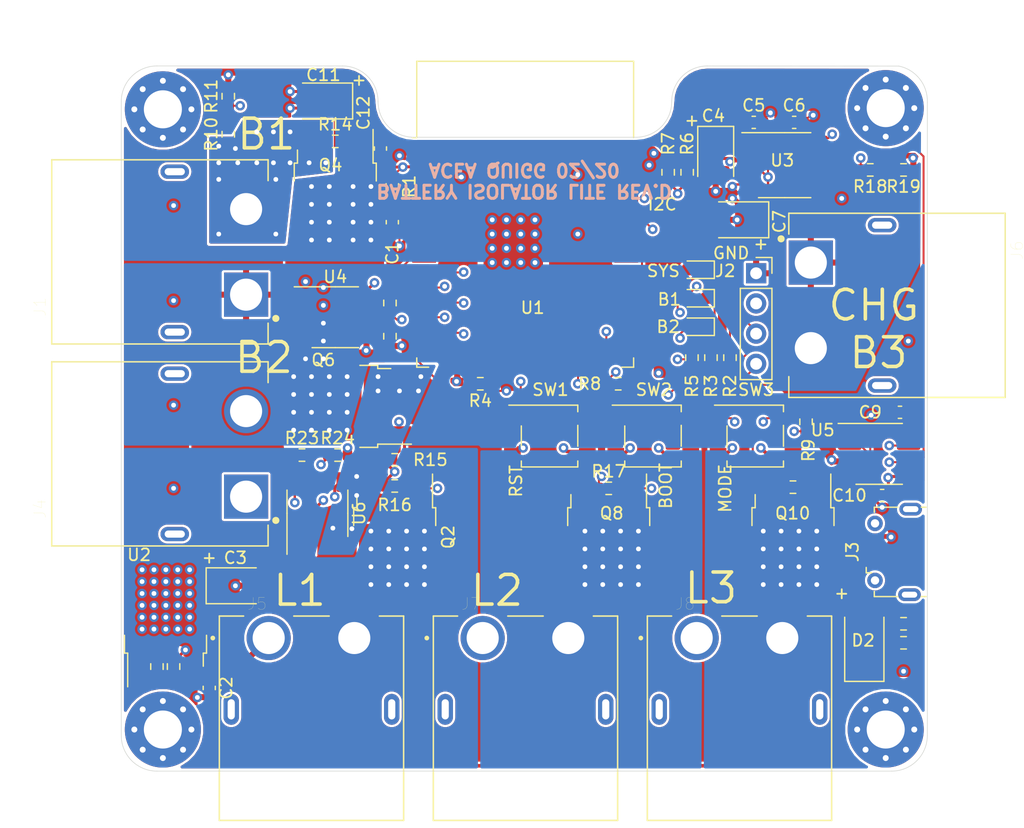
<source format=kicad_pcb>
(kicad_pcb (version 20171130) (host pcbnew "(5.1.7-0-10_14)")
  (title_block (title "ESP32 Battery Isolator") (date 2021-02-08) (rev D))
  (layers (0 F.Cu mixed) (1 In1.Cu power hide) (2 In2.Cu power) (31 B.Cu mixed hide) (34 B.Paste user hide) (35 F.Paste user hide) (36 B.SilkS user) (37 F.SilkS user) (38 B.Mask user hide) (39 F.Mask user hide) (44 Edge.Cuts user))
  (net 0 "")
  (net 1 GND)
  (net 2 +3V3)
  (net 3 "Net-(D1-Pad1)")
  (net 4 "Net-(D3-Pad1)")
  (net 5 TXD)
  (net 6 RXD)
  (net 7 SDA)
  (net 8 SCL)
  (net 9 RST)
  (net 10 B2VM)
  (net 11 "Net-(C4-Pad1)")
  (net 12 "Net-(C9-Pad1)")
  (net 13 SYS_OK_LED)
  (net 14 5V)
  (net 15 B1_LED)
  (net 16 "Net-(D4-Pad1)")
  (net 17 B2_LED)
  (net 18 B1VM)
  (net 19 D-)
  (net 20 D+)
  (net 21 B1ON)
  (net 22 B2ON)
  (net 23 B2VD)
  (net 24 BOOT)
  (net 25 B1VD)
  (net 26 MODE)
  (net 27 B2C)
  (net 28 B2CM)
  (net 29 LOAD1)
  (net 30 B1C)
  (net 31 LOAD2)
  (net 32 LOAD3)
  (net 33 L1ON)
  (net 34 COM)
  (net 35 L2ON)
  (net 36 L3ON)
  (net 37 3v3VD)
  (net 38 B1CM)
  (net 39 B1CVD)
  (net 40 B2CVD)
  (net 41 "Net-(R4-Pad2)")
  (net 42 "Net-(R25-Pad2)")
  (module Acea:TS4550TP (layer F.Cu) (at 143.75 106.15)
    (fp_text reference SW1 (at 0 -3.9) (layer F.SilkS))
    (fp_text value C492887)
    (pad 2 smd rect (at 3.1 1.5) (size 1.4 1) (layers F.Cu F.Paste F.Mask) (net 1 GND))
    (pad 2 smd rect (at -3.2 1.5) (size 1.4 1) (layers F.Cu F.Paste F.Mask) (net 1 GND))
    (pad 1 smd rect (at -3.2 -1.5) (size 1.4 1) (layers F.Cu F.Paste F.Mask) (net 9 RST))
    (pad 1 smd rect (at 3.1 -1.5) (size 1.4 1) (layers F.Cu F.Paste F.Mask) (net 9 RST))
  )
  (module Acea:TS4550TP (layer F.Cu) (at 152.45 106.15)
    (fp_text reference SW2 (at 0 -3.9) (layer F.SilkS))
    (fp_text value C492887)
    (pad 2 smd rect (at 3.1 1.5) (size 1.4 1) (layers F.Cu F.Paste F.Mask) (net 1 GND))
    (pad 2 smd rect (at -3.2 1.5) (size 1.4 1) (layers F.Cu F.Paste F.Mask) (net 1 GND))
    (pad 1 smd rect (at -3.2 -1.5) (size 1.4 1) (layers F.Cu F.Paste F.Mask) (net 24 BOOT))
    (pad 1 smd rect (at 3.1 -1.5) (size 1.4 1) (layers F.Cu F.Paste F.Mask) (net 24 BOOT))
  )
  (module Acea:TS4550TP (layer F.Cu) (at 161.05 106.15)
    (fp_text reference SW3 (at 0 -3.9) (layer F.SilkS))
    (fp_text value C492887)
    (pad 2 smd rect (at 3.1 1.5) (size 1.4 1) (layers F.Cu F.Paste F.Mask) (net 1 GND))
    (pad 2 smd rect (at -3.2 1.5) (size 1.4 1) (layers F.Cu F.Paste F.Mask) (net 1 GND))
    (pad 1 smd rect (at -3.2 -1.5) (size 1.4 1) (layers F.Cu F.Paste F.Mask) (net 26 MODE))
    (pad 1 smd rect (at 3.1 -1.5) (size 1.4 1) (layers F.Cu F.Paste F.Mask) (net 26 MODE))
  )
  (module Acea:USB_Micro_SHOU-HAN-MicroXNJ_C404969_Horizontal (layer F.Cu) (at 172.65 115.9 90)
    (fp_text reference J3 (at 0 -3.5 90) (layer F.SilkS))
    (fp_text value USB_B_Micro)
    (pad "" thru_hole oval (at 3.6 1.4 90) (size 1.07 1.9) (drill oval 0.5 1.3) (layers *.Cu *.Mask))
    (pad "" thru_hole oval (at -3.6 1.3 90) (size 1.07 1.9) (drill oval 0.5 1.3) (layers *.Cu *.Mask))
    (pad "" smd rect (at 0.75 1.3 90) (size 0.6 1.35) (layers F.Cu F.Paste F.Mask))
    (pad "" smd rect (at -0.75 1.3 90) (size 0.6 1.35) (layers F.Cu F.Paste F.Mask))
    (pad "" thru_hole circle (at 2.4 -1.6 90) (size 1.3 1.3) (drill 0.7) (layers *.Cu *.Mask))
    (pad "" thru_hole circle (at -2.4 -1.6 90) (size 1.3 1.3) (drill 0.7) (layers *.Cu *.Mask))
    (pad 5 smd rect (at 1.3 -1.6 90) (size 0.4 1.25) (layers F.Cu F.Paste F.Mask) (net 1 GND))
    (pad 4 smd rect (at 0.65 -1.6 90) (size 0.4 1.25) (layers F.Cu F.Paste F.Mask))
    (pad 3 smd rect (at 0 -1.6 90) (size 0.4 1.25) (layers F.Cu F.Paste F.Mask) (net 20 D+))
    (pad 2 smd rect (at -0.65 -1.6 90) (size 0.4 1.25) (layers F.Cu F.Paste F.Mask) (net 19 D-))
    (pad 1 smd rect (at -1.3 -1.6 90) (size 0.4 1.25) (layers F.Cu F.Paste F.Mask) (net 14 5V))
  )
  (module MountingHole:MountingHole_3.2mm_M3_Pad_Via (layer F.Cu) (at 111.15 130.85)
    (fp_text reference H1 hide)
    (fp_text value MountingHole_3.2mm_M3_Pad_Via)
    (pad 1 thru_hole circle (at 1.697056 -1.697056) (size 0.8 0.8) (drill 0.5) (layers *.Cu *.Mask))
    (pad 1 thru_hole circle (at 0 -2.4) (size 0.8 0.8) (drill 0.5) (layers *.Cu *.Mask))
    (pad 1 thru_hole circle (at -1.697056 -1.697056) (size 0.8 0.8) (drill 0.5) (layers *.Cu *.Mask))
    (pad 1 thru_hole circle (at -2.4 0) (size 0.8 0.8) (drill 0.5) (layers *.Cu *.Mask))
    (pad 1 thru_hole circle (at -1.697056 1.697056) (size 0.8 0.8) (drill 0.5) (layers *.Cu *.Mask))
    (pad 1 thru_hole circle (at 0 2.4) (size 0.8 0.8) (drill 0.5) (layers *.Cu *.Mask))
    (pad 1 thru_hole circle (at 1.697056 1.697056) (size 0.8 0.8) (drill 0.5) (layers *.Cu *.Mask))
    (pad 1 thru_hole circle (at 2.4 0) (size 0.8 0.8) (drill 0.5) (layers *.Cu *.Mask))
    (pad 1 thru_hole circle (at 0 0) (size 6.4 6.4) (drill 3.2) (layers *.Cu *.Mask))
  )
  (module MountingHole:MountingHole_3.2mm_M3_Pad_Via (layer F.Cu) (at 171.95 78.55)
    (fp_text reference H1 hide)
    (fp_text value MountingHole_3.2mm_M3_Pad_Via)
    (pad 1 thru_hole circle (at 1.697056 -1.697056) (size 0.8 0.8) (drill 0.5) (layers *.Cu *.Mask))
    (pad 1 thru_hole circle (at 0 -2.4) (size 0.8 0.8) (drill 0.5) (layers *.Cu *.Mask))
    (pad 1 thru_hole circle (at -1.697056 -1.697056) (size 0.8 0.8) (drill 0.5) (layers *.Cu *.Mask))
    (pad 1 thru_hole circle (at -2.4 0) (size 0.8 0.8) (drill 0.5) (layers *.Cu *.Mask))
    (pad 1 thru_hole circle (at -1.697056 1.697056) (size 0.8 0.8) (drill 0.5) (layers *.Cu *.Mask))
    (pad 1 thru_hole circle (at 0 2.4) (size 0.8 0.8) (drill 0.5) (layers *.Cu *.Mask))
    (pad 1 thru_hole circle (at 1.697056 1.697056) (size 0.8 0.8) (drill 0.5) (layers *.Cu *.Mask))
    (pad 1 thru_hole circle (at 2.4 0) (size 0.8 0.8) (drill 0.5) (layers *.Cu *.Mask))
    (pad 1 thru_hole circle (at 0 0) (size 6.4 6.4) (drill 3.2) (layers *.Cu *.Mask))
  )
  (module MountingHole:MountingHole_3.2mm_M3_Pad_Via (layer F.Cu) (at 171.95 130.85)
    (fp_text reference H1 hide)
    (fp_text value MountingHole_3.2mm_M3_Pad_Via)
    (pad 1 thru_hole circle (at 0 0) (size 6.4 6.4) (drill 3.2) (layers *.Cu *.Mask))
    (pad 1 thru_hole circle (at 2.4 0) (size 0.8 0.8) (drill 0.5) (layers *.Cu *.Mask))
    (pad 1 thru_hole circle (at 1.697056 1.697056) (size 0.8 0.8) (drill 0.5) (layers *.Cu *.Mask))
    (pad 1 thru_hole circle (at 0 2.4) (size 0.8 0.8) (drill 0.5) (layers *.Cu *.Mask))
    (pad 1 thru_hole circle (at -1.697056 1.697056) (size 0.8 0.8) (drill 0.5) (layers *.Cu *.Mask))
    (pad 1 thru_hole circle (at -2.4 0) (size 0.8 0.8) (drill 0.5) (layers *.Cu *.Mask))
    (pad 1 thru_hole circle (at -1.697056 -1.697056) (size 0.8 0.8) (drill 0.5) (layers *.Cu *.Mask))
    (pad 1 thru_hole circle (at 0 -2.4) (size 0.8 0.8) (drill 0.5) (layers *.Cu *.Mask))
    (pad 1 thru_hole circle (at 1.697056 -1.697056) (size 0.8 0.8) (drill 0.5) (layers *.Cu *.Mask))
  )
  (module MountingHole:MountingHole_3.2mm_M3_Pad_Via (layer F.Cu) (at 111.15 78.65)
    (fp_text reference H1 hide)
    (fp_text value MountingHole_3.2mm_M3_Pad_Via)
    (pad 1 thru_hole circle (at 1.697056 -1.697056) (size 0.8 0.8) (drill 0.5) (layers *.Cu *.Mask))
    (pad 1 thru_hole circle (at 0 -2.4) (size 0.8 0.8) (drill 0.5) (layers *.Cu *.Mask))
    (pad 1 thru_hole circle (at -1.697056 -1.697056) (size 0.8 0.8) (drill 0.5) (layers *.Cu *.Mask))
    (pad 1 thru_hole circle (at -2.4 0) (size 0.8 0.8) (drill 0.5) (layers *.Cu *.Mask))
    (pad 1 thru_hole circle (at -1.697056 1.697056) (size 0.8 0.8) (drill 0.5) (layers *.Cu *.Mask))
    (pad 1 thru_hole circle (at 0 2.4) (size 0.8 0.8) (drill 0.5) (layers *.Cu *.Mask))
    (pad 1 thru_hole circle (at 1.697056 1.697056) (size 0.8 0.8) (drill 0.5) (layers *.Cu *.Mask))
    (pad 1 thru_hole circle (at 2.4 0) (size 0.8 0.8) (drill 0.5) (layers *.Cu *.Mask))
    (pad 1 thru_hole circle (at 0 0) (size 6.4 6.4) (drill 3.2) (layers *.Cu *.Mask))
  )
  (module Capacitor_SMD:C_0603_1608Metric (layer F.Cu) (at 130.45 88.15 270)
    (fp_text reference C1 (at 2.6 0 90) (layer F.SilkS))
    (fp_text value 100n)
    (pad 2 smd roundrect (at 0.775 0 270) (size 0.9 0.95) (layers F.Cu F.Paste F.Mask) (net 1 GND))
    (pad 1 smd roundrect (at -0.775 0 270) (size 0.9 0.95) (layers F.Cu F.Paste F.Mask) (net 9 RST))
  )
  (module Capacitor_SMD:C_0603_1608Metric (layer F.Cu) (at 115.05 127.35 270)
    (fp_text reference C2 (at 0 -1.43 90) (layer F.SilkS))
    (fp_text value 100n)
    (pad 1 smd roundrect (at -0.775 0 270) (size 0.9 0.95) (layers F.Cu F.Paste F.Mask) (net 10 B2VM))
    (pad 2 smd roundrect (at 0.775 0 270) (size 0.9 0.95) (layers F.Cu F.Paste F.Mask) (net 1 GND))
  )
  (module Capacitor_Tantalum_SMD:CP_EIA-3528-21_Kemet-B (layer F.Cu) (at 117.25 118.75)
    (fp_text reference C3 (at 0 -2.35) (layer F.SilkS))
    (fp_text value 1uF)
    (pad 2 smd roundrect (at 1.5375 0) (size 1.325 2.35) (layers F.Cu F.Paste F.Mask) (roundrect_rratio 0.1886769811320755) (net 1 GND))
    (pad 1 smd roundrect (at -1.5375 0) (size 1.325 2.35) (layers F.Cu F.Paste F.Mask) (roundrect_rratio 0.1886769811320755) (net 2 +3V3))
  )
  (module Capacitor_Tantalum_SMD:CP_EIA-3528-21_Kemet-B (layer F.Cu) (at 157.65 82.55 270)
    (fp_text reference C4 (at -3.35 0.2 180) (layer F.SilkS))
    (fp_text value 1uF)
    (pad 1 smd roundrect (at -1.5375 0 270) (size 1.325 2.35) (layers F.Cu F.Paste F.Mask) (roundrect_rratio 0.1886769811320755) (net 11 "Net-(C4-Pad1)"))
    (pad 2 smd roundrect (at 1.5375 0 270) (size 1.325 2.35) (layers F.Cu F.Paste F.Mask) (roundrect_rratio 0.1886769811320755) (net 1 GND))
  )
  (module Capacitor_SMD:C_0603_1608Metric (layer F.Cu) (at 160.85 79.75)
    (fp_text reference C5 (at 0 -1.43) (layer F.SilkS))
    (fp_text value 100n)
    (pad 2 smd roundrect (at 0.775 0) (size 0.9 0.95) (layers F.Cu F.Paste F.Mask) (net 1 GND))
    (pad 1 smd roundrect (at -0.775 0) (size 0.9 0.95) (layers F.Cu F.Paste F.Mask) (net 11 "Net-(C4-Pad1)"))
  )
  (module Capacitor_SMD:C_0603_1608Metric (layer F.Cu) (at 164.25 79.75)
    (fp_text reference C6 (at 0 -1.43) (layer F.SilkS))
    (fp_text value 100n)
    (pad 1 smd roundrect (at -0.775 0) (size 0.9 0.95) (layers F.Cu F.Paste F.Mask) (net 2 +3V3))
    (pad 2 smd roundrect (at 0.775 0) (size 0.9 0.95) (layers F.Cu F.Paste F.Mask) (net 1 GND))
  )
  (module Capacitor_Tantalum_SMD:CP_EIA-3528-21_Kemet-B (layer F.Cu) (at 159.65 87.95 180)
    (fp_text reference C7 (at -3.35 -0.15 270) (layer F.SilkS))
    (fp_text value 1uF)
    (pad 2 smd roundrect (at 1.5375 0 180) (size 1.325 2.35) (layers F.Cu F.Paste F.Mask) (roundrect_rratio 0.1886769811320755) (net 1 GND))
    (pad 1 smd roundrect (at -1.5375 0 180) (size 1.325 2.35) (layers F.Cu F.Paste F.Mask) (roundrect_rratio 0.1886769811320755) (net 2 +3V3))
  )
  (module Capacitor_SMD:C_0603_1608Metric (layer F.Cu) (at 173.15 104.15 180)
    (fp_text reference C9 (at 2.5 0) (layer F.SilkS))
    (fp_text value 100n)
    (pad 1 smd roundrect (at -0.775 0 180) (size 0.9 0.95) (layers F.Cu F.Paste F.Mask) (net 12 "Net-(C9-Pad1)"))
    (pad 2 smd roundrect (at 0.775 0 180) (size 0.9 0.95) (layers F.Cu F.Paste F.Mask) (net 1 GND))
  )
  (module Capacitor_SMD:C_0603_1608Metric (layer F.Cu) (at 171.65 111.15 180)
    (fp_text reference C10 (at 2.75 0) (layer F.SilkS))
    (fp_text value 100n)
    (pad 2 smd roundrect (at 0.775 0 180) (size 0.9 0.95) (layers F.Cu F.Paste F.Mask) (net 1 GND))
    (pad 1 smd roundrect (at -0.775 0 180) (size 0.9 0.95) (layers F.Cu F.Paste F.Mask) (net 2 +3V3))
  )
  (module Capacitor_Tantalum_SMD:CP_EIA-3528-21_Kemet-B (layer F.Cu) (at 124.65 77.95 180)
    (fp_text reference C11 (at 0 2.2) (layer F.SilkS))
    (fp_text value 1uF)
    (pad 1 smd roundrect (at -1.5375 0 180) (size 1.325 2.35) (layers F.Cu F.Paste F.Mask) (roundrect_rratio 0.1886769811320755) (net 2 +3V3))
    (pad 2 smd roundrect (at 1.5375 0 180) (size 1.325 2.35) (layers F.Cu F.Paste F.Mask) (roundrect_rratio 0.1886769811320755) (net 1 GND))
  )
  (module Capacitor_SMD:C_0603_1608Metric (layer F.Cu) (at 129.45 81.95 90)
    (fp_text reference C12 (at 3 -1.43 90) (layer F.SilkS))
    (fp_text value 100n)
    (pad 1 smd roundrect (at -0.775 0 90) (size 0.9 0.95) (layers F.Cu F.Paste F.Mask) (net 2 +3V3))
    (pad 2 smd roundrect (at 0.775 0 90) (size 0.9 0.95) (layers F.Cu F.Paste F.Mask) (net 1 GND))
  )
  (module LED_SMD:LED_0603_1608Metric (layer F.Cu) (at 156.05 92.15 180)
    (fp_text reference D1 hide)
    (fp_text value "MAIN LED")
    (pad 1 smd roundrect (at -0.7875 0 180) (size 0.875 0.95) (layers F.Cu F.Paste F.Mask) (net 3 "Net-(D1-Pad1)"))
    (pad 2 smd roundrect (at 0.7875 0 180) (size 0.875 0.95) (layers F.Cu F.Paste F.Mask) (net 13 SYS_OK_LED))
  )
  (module Diode_SMD:D_SMA (layer F.Cu) (at 170.15 123.4 90)
    (fp_text reference D2 (at 0.05 -0.1) (layer F.SilkS))
    (fp_text value SS14)
    (pad 1 smd rect (at -2 0 90) (size 2.5 1.8) (layers F.Cu F.Paste F.Mask) (net 10 B2VM))
    (pad 2 smd rect (at 2 0 90) (size 2.5 1.8) (layers F.Cu F.Paste F.Mask) (net 14 5V))
  )
  (module LED_SMD:LED_0603_1608Metric (layer F.Cu) (at 156.05 94.55 180)
    (fp_text reference D3 hide)
    (fp_text value "MAIN LED")
    (pad 1 smd roundrect (at -0.7875 0 180) (size 0.875 0.95) (layers F.Cu F.Paste F.Mask) (net 4 "Net-(D3-Pad1)"))
    (pad 2 smd roundrect (at 0.7875 0 180) (size 0.875 0.95) (layers F.Cu F.Paste F.Mask) (net 15 B1_LED))
  )
  (module LED_SMD:LED_0603_1608Metric (layer F.Cu) (at 156.05 96.95 180)
    (fp_text reference D4 hide)
    (fp_text value "MAIN LED")
    (pad 2 smd roundrect (at 0.7875 0 180) (size 0.875 0.95) (layers F.Cu F.Paste F.Mask) (net 17 B2_LED))
    (pad 1 smd roundrect (at -0.7875 0 180) (size 0.875 0.95) (layers F.Cu F.Paste F.Mask) (net 16 "Net-(D4-Pad1)"))
  )
  (module Connector_PinSocket_2.54mm:PinSocket_1x04_P2.54mm_Vertical (layer F.Cu) (at 161.05 92.45)
    (fp_text reference J2 (at -2.6 -0.2) (layer F.SilkS))
    (fp_text value Conn_01x04_Female)
    (pad 1 thru_hole rect (at 0 0) (size 1.7 1.7) (drill 1) (layers *.Cu *.Mask) (net 1 GND))
    (pad 2 thru_hole oval (at 0 2.54) (size 1.7 1.7) (drill 1) (layers *.Cu *.Mask) (net 2 +3V3))
    (pad 3 thru_hole oval (at 0 5.08) (size 1.7 1.7) (drill 1) (layers *.Cu *.Mask) (net 8 SCL))
    (pad 4 thru_hole oval (at 0 7.62) (size 1.7 1.7) (drill 1) (layers *.Cu *.Mask) (net 7 SDA))
  )
  (module Package_TO_SOT_SMD:TO-252-2 (layer F.Cu) (at 130.65 114.65 270)
    (fp_text reference Q2 (at 0 -4.5 270) (layer F.SilkS))
    (fp_text value AP6679GH-HF)
    (pad 1 smd rect (at -4.2 -2.28 270) (size 2.2 1.2) (layers F.Cu F.Paste F.Mask) (net 33 L1ON))
    (pad 3 smd rect (at -4.2 2.28 270) (size 2.2 1.2) (layers F.Cu F.Paste F.Mask) (net 27 B2C))
    (pad 2 smd rect (at 2.1 0 270) (size 6.4 5.8) (layers F.Cu F.Mask) (net 29 LOAD1))
  )
  (module Package_TO_SOT_SMD:TO-252-2 (layer F.Cu) (at 125.65 85.65 270)
    (fp_text reference Q4 (at -2.3 0.4 180) (layer F.SilkS))
    (fp_text value AP6679GH-HF)
    (pad 2 smd rect (at 2.1 0 270) (size 6.4 5.8) (layers F.Cu F.Mask) (net 30 B1C))
    (pad 3 smd rect (at -4.2 2.28 270) (size 2.2 1.2) (layers F.Cu F.Paste F.Mask) (net 18 B1VM))
    (pad 1 smd rect (at -4.2 -2.28 270) (size 2.2 1.2) (layers F.Cu F.Paste F.Mask) (net 21 B1ON))
  )
  (module Package_TO_SOT_SMD:TO-252-2 (layer F.Cu) (at 126.75 103.65 180)
    (fp_text reference Q6 (at 2.1 3.9) (layer F.SilkS))
    (fp_text value AP6679GH-HF)
    (pad 1 smd rect (at -4.2 -2.28 180) (size 2.2 1.2) (layers F.Cu F.Paste F.Mask) (net 22 B2ON))
    (pad 3 smd rect (at -4.2 2.28 180) (size 2.2 1.2) (layers F.Cu F.Paste F.Mask) (net 27 B2C))
    (pad 2 smd rect (at 2.1 0 180) (size 6.4 5.8) (layers F.Cu F.Mask) (net 34 COM))
  )
  (module Package_TO_SOT_SMD:TO-252-2 (layer F.Cu) (at 148.65 114.65 270)
    (fp_text reference Q8 (at -2 -0.25 180) (layer F.SilkS))
    (fp_text value AP6679GH-HF)
    (pad 1 smd rect (at -4.2 -2.28 270) (size 2.2 1.2) (layers F.Cu F.Paste F.Mask) (net 35 L2ON))
    (pad 3 smd rect (at -4.2 2.28 270) (size 2.2 1.2) (layers F.Cu F.Paste F.Mask) (net 27 B2C))
    (pad 2 smd rect (at 2.1 0 270) (size 6.4 5.8) (layers F.Cu F.Mask) (net 31 LOAD2))
  )
  (module Package_TO_SOT_SMD:TO-252-2 (layer F.Cu) (at 164.15 114.65 270)
    (fp_text reference Q10 (at -2 0.025 180) (layer F.SilkS))
    (fp_text value AP6679GH-HF)
    (pad 2 smd rect (at 2.1 0 270) (size 6.4 5.8) (layers F.Cu F.Mask) (net 32 LOAD3))
    (pad 3 smd rect (at -4.2 2.28 270) (size 2.2 1.2) (layers F.Cu F.Paste F.Mask) (net 27 B2C))
    (pad 1 smd rect (at -4.2 -2.28 270) (size 2.2 1.2) (layers F.Cu F.Paste F.Mask) (net 36 L3ON))
  )
  (module Resistor_SMD:R_0603_1608Metric (layer F.Cu) (at 130.45 85.15 270)
    (fp_text reference R1 (at 0 -1.43 90) (layer F.SilkS))
    (fp_text value 11k)
    (pad 2 smd roundrect (at 0.825 0 270) (size 0.8 0.95) (layers F.Cu F.Paste F.Mask) (net 9 RST))
    (pad 1 smd roundrect (at -0.825 0 270) (size 0.8 0.95) (layers F.Cu F.Paste F.Mask) (net 2 +3V3))
  )
  (module Resistor_SMD:R_0603_1608Metric (layer F.Cu) (at 158.85 99.55 270)
    (fp_text reference R2 (at 2.4 0 90) (layer F.SilkS))
    (fp_text value 3.6k)
    (pad 2 smd roundrect (at 0.825 0 270) (size 0.8 0.95) (layers F.Cu F.Paste F.Mask) (net 1 GND))
    (pad 1 smd roundrect (at -0.825 0 270) (size 0.8 0.95) (layers F.Cu F.Paste F.Mask) (net 3 "Net-(D1-Pad1)"))
  )
  (module Resistor_SMD:R_0603_1608Metric (layer F.Cu) (at 157.25 99.55 270)
    (fp_text reference R3 (at 2.4 0 90) (layer F.SilkS))
    (fp_text value 3.6k)
    (pad 1 smd roundrect (at -0.825 0 270) (size 0.8 0.95) (layers F.Cu F.Paste F.Mask) (net 4 "Net-(D3-Pad1)"))
    (pad 2 smd roundrect (at 0.825 0 270) (size 0.8 0.95) (layers F.Cu F.Paste F.Mask) (net 1 GND))
  )
  (module Resistor_SMD:R_0603_1608Metric (layer F.Cu) (at 137.85 101.75 180)
    (fp_text reference R4 (at 0 -1.43) (layer F.SilkS))
    (fp_text value 11k)
    (pad 2 smd roundrect (at 0.825 0 180) (size 0.8 0.95) (layers F.Cu F.Paste F.Mask) (net 41 "Net-(R4-Pad2)"))
    (pad 1 smd roundrect (at -0.825 0 180) (size 0.8 0.95) (layers F.Cu F.Paste F.Mask) (net 1 GND))
  )
  (module Resistor_SMD:R_0603_1608Metric (layer F.Cu) (at 155.65 99.55 270)
    (fp_text reference R5 (at 2.4 0 90) (layer F.SilkS))
    (fp_text value 3.6k)
    (pad 1 smd roundrect (at -0.825 0 270) (size 0.8 0.95) (layers F.Cu F.Paste F.Mask) (net 16 "Net-(D4-Pad1)"))
    (pad 2 smd roundrect (at 0.825 0 270) (size 0.8 0.95) (layers F.Cu F.Paste F.Mask) (net 1 GND))
  )
  (module Resistor_SMD:R_0603_1608Metric (layer F.Cu) (at 155.25 83.95 90)
    (fp_text reference R6 (at 2.4 0 90) (layer F.SilkS))
    (fp_text value 3.6k)
    (pad 2 smd roundrect (at 0.825 0 90) (size 0.8 0.95) (layers F.Cu F.Paste F.Mask) (net 8 SCL))
    (pad 1 smd roundrect (at -0.825 0 90) (size 0.8 0.95) (layers F.Cu F.Paste F.Mask) (net 2 +3V3))
  )
  (module Resistor_SMD:R_0603_1608Metric (layer F.Cu) (at 153.65 83.95 90)
    (fp_text reference R7 (at 2.4 0 90) (layer F.SilkS))
    (fp_text value 3.6k)
    (pad 1 smd roundrect (at -0.825 0 90) (size 0.8 0.95) (layers F.Cu F.Paste F.Mask) (net 2 +3V3))
    (pad 2 smd roundrect (at 0.825 0 90) (size 0.8 0.95) (layers F.Cu F.Paste F.Mask) (net 7 SDA))
  )
  (module Resistor_SMD:R_0603_1608Metric (layer F.Cu) (at 149.45 101.75)
    (fp_text reference R8 (at -2.4 0) (layer F.SilkS))
    (fp_text value 11k)
    (pad 1 smd roundrect (at -0.825 0) (size 0.8 0.95) (layers F.Cu F.Paste F.Mask) (net 2 +3V3))
    (pad 2 smd roundrect (at 0.825 0) (size 0.8 0.95) (layers F.Cu F.Paste F.Mask) (net 24 BOOT))
  )
  (module Resistor_SMD:R_0603_1608Metric (layer F.Cu) (at 165.25 104.95 270)
    (fp_text reference R9 (at 2.4 -0.2 90) (layer F.SilkS))
    (fp_text value 11k)
    (pad 2 smd roundrect (at 0.825 0 270) (size 0.8 0.95) (layers F.Cu F.Paste F.Mask) (net 2 +3V3))
    (pad 1 smd roundrect (at -0.825 0 270) (size 0.8 0.95) (layers F.Cu F.Paste F.Mask) (net 26 MODE))
  )
  (module Resistor_SMD:R_0603_1608Metric (layer F.Cu) (at 116.65 80.75 90)
    (fp_text reference R10 (at 0 -1.43 90) (layer F.SilkS))
    (fp_text value 200k)
    (pad 1 smd roundrect (at -0.825 0 90) (size 0.8 0.95) (layers F.Cu F.Paste F.Mask) (net 18 B1VM))
    (pad 2 smd roundrect (at 0.825 0 90) (size 0.8 0.95) (layers F.Cu F.Paste F.Mask) (net 25 B1VD))
  )
  (module Resistor_SMD:R_0603_1608Metric (layer F.Cu) (at 116.65 77.55 90)
    (fp_text reference R11 (at 0 -1.43 90) (layer F.SilkS))
    (fp_text value 33k)
    (pad 2 smd roundrect (at 0.825 0 90) (size 0.8 0.95) (layers F.Cu F.Paste F.Mask) (net 1 GND))
    (pad 1 smd roundrect (at -0.825 0 90) (size 0.8 0.95) (layers F.Cu F.Paste F.Mask) (net 25 B1VD))
  )
  (module Resistor_SMD:R_0603_1608Metric (layer F.Cu) (at 173.45 121.95)
    (fp_text reference R12 hide)
    (fp_text value 200k)
    (pad 1 smd roundrect (at -0.825 0) (size 0.8 0.95) (layers F.Cu F.Paste F.Mask) (net 10 B2VM))
    (pad 2 smd roundrect (at 0.825 0) (size 0.8 0.95) (layers F.Cu F.Paste F.Mask) (net 23 B2VD))
  )
  (module Resistor_SMD:R_0603_1608Metric (layer F.Cu) (at 173.45 123.55 180)
    (fp_text reference R13 hide)
    (fp_text value 33k)
    (pad 2 smd roundrect (at 0.825 0 180) (size 0.8 0.95) (layers F.Cu F.Paste F.Mask) (net 1 GND))
    (pad 1 smd roundrect (at -0.825 0 180) (size 0.8 0.95) (layers F.Cu F.Paste F.Mask) (net 23 B2VD))
  )
  (module Resistor_SMD:R_0603_1608Metric (layer F.Cu) (at 125.65 81.35)
    (fp_text reference R14 (at 0 -1.43) (layer F.SilkS))
    (fp_text value 200k)
    (pad 2 smd roundrect (at 0.825 0) (size 0.8 0.95) (layers F.Cu F.Paste F.Mask) (net 21 B1ON))
    (pad 1 smd roundrect (at -0.825 0) (size 0.8 0.95) (layers F.Cu F.Paste F.Mask) (net 18 B1VM))
  )
  (module Resistor_SMD:R_0603_1608Metric (layer F.Cu) (at 130.65 108.15)
    (fp_text reference R15 (at 3 0) (layer F.SilkS))
    (fp_text value 200k)
    (pad 1 smd roundrect (at -0.825 0) (size 0.8 0.95) (layers F.Cu F.Paste F.Mask) (net 10 B2VM))
    (pad 2 smd roundrect (at 0.825 0) (size 0.8 0.95) (layers F.Cu F.Paste F.Mask) (net 22 B2ON))
  )
  (module Resistor_SMD:R_0603_1608Metric (layer F.Cu) (at 130.65 110.35)
    (fp_text reference R16 (at 0 1.6) (layer F.SilkS))
    (fp_text value 200k)
    (pad 2 smd roundrect (at 0.825 0) (size 0.8 0.95) (layers F.Cu F.Paste F.Mask) (net 33 L1ON))
    (pad 1 smd roundrect (at -0.825 0) (size 0.8 0.95) (layers F.Cu F.Paste F.Mask) (net 10 B2VM))
  )
  (module Resistor_SMD:R_0603_1608Metric (layer F.Cu) (at 148.65 110.55)
    (fp_text reference R17 (at 0 -1.43) (layer F.SilkS))
    (fp_text value 200k)
    (pad 1 smd roundrect (at -0.825 0) (size 0.8 0.95) (layers F.Cu F.Paste F.Mask) (net 10 B2VM))
    (pad 2 smd roundrect (at 0.825 0) (size 0.8 0.95) (layers F.Cu F.Paste F.Mask) (net 35 L2ON))
  )
  (module Resistor_SMD:R_0603_1608Metric (layer F.Cu) (at 170.65 83.75)
    (fp_text reference R18 (at 0 1.4) (layer F.SilkS))
    (fp_text value 3.6k)
    (pad 1 smd roundrect (at -0.825 0) (size 0.8 0.95) (layers F.Cu F.Paste F.Mask) (net 2 +3V3))
    (pad 2 smd roundrect (at 0.825 0) (size 0.8 0.95) (layers F.Cu F.Paste F.Mask) (net 37 3v3VD))
  )
  (module Resistor_SMD:R_0603_1608Metric (layer F.Cu) (at 173.45 83.75)
    (fp_text reference R19 (at 0 1.4) (layer F.SilkS))
    (fp_text value 11k)
    (pad 2 smd roundrect (at 0.825 0) (size 0.8 0.95) (layers F.Cu F.Paste F.Mask) (net 1 GND))
    (pad 1 smd roundrect (at -0.825 0) (size 0.8 0.95) (layers F.Cu F.Paste F.Mask) (net 37 3v3VD))
  )
  (module Resistor_SMD:R_0603_1608Metric (layer F.Cu) (at 164.15 110.45)
    (fp_text reference R20 hide)
    (fp_text value 200k)
    (pad 2 smd roundrect (at 0.825 0) (size 0.8 0.95) (layers F.Cu F.Paste F.Mask) (net 36 L3ON))
    (pad 1 smd roundrect (at -0.825 0) (size 0.8 0.95) (layers F.Cu F.Paste F.Mask) (net 10 B2VM))
  )
  (module Resistor_SMD:R_0603_1608Metric (layer F.Cu) (at 130.25 94.95 270)
    (fp_text reference R21 hide)
    (fp_text value 3.6k)
    (pad 1 smd roundrect (at -0.825 0 270) (size 0.8 0.95) (layers F.Cu F.Paste F.Mask) (net 38 B1CM))
    (pad 2 smd roundrect (at 0.825 0 270) (size 0.8 0.95) (layers F.Cu F.Paste F.Mask) (net 39 B1CVD))
  )
  (module Resistor_SMD:R_0603_1608Metric (layer F.Cu) (at 130.25 97.75 270)
    (fp_text reference R22 hide)
    (fp_text value 11k)
    (pad 1 smd roundrect (at -0.825 0 270) (size 0.8 0.95) (layers F.Cu F.Paste F.Mask) (net 39 B1CVD))
    (pad 2 smd roundrect (at 0.825 0 270) (size 0.8 0.95) (layers F.Cu F.Paste F.Mask) (net 1 GND))
  )
  (module Resistor_SMD:R_0603_1608Metric (layer F.Cu) (at 122.85 107.75)
    (fp_text reference R23 (at 0 -1.43) (layer F.SilkS))
    (fp_text value 3.6k)
    (pad 2 smd roundrect (at 0.825 0) (size 0.8 0.95) (layers F.Cu F.Paste F.Mask) (net 40 B2CVD))
    (pad 1 smd roundrect (at -0.825 0) (size 0.8 0.95) (layers F.Cu F.Paste F.Mask) (net 28 B2CM))
  )
  (module Resistor_SMD:R_0603_1608Metric (layer F.Cu) (at 125.85 107.75)
    (fp_text reference R24 (at 0 -1.43) (layer F.SilkS))
    (fp_text value 11k)
    (pad 1 smd roundrect (at -0.825 0) (size 0.8 0.95) (layers F.Cu F.Paste F.Mask) (net 40 B2CVD))
    (pad 2 smd roundrect (at 0.825 0) (size 0.8 0.95) (layers F.Cu F.Paste F.Mask) (net 1 GND))
  )
  (module RF_Module:ESP32-WROOM-32 (layer F.Cu) (at 141.625 90.475)
    (fp_text reference U1 (at 0.625 4.875 180) (layer F.SilkS))
    (fp_text value ESP32-WROOM-32D)
    (pad 39 smd rect (at -1 -0.755) (size 5 5) (layers F.Cu F.Paste F.Mask) (net 1 GND))
    (pad 1 smd rect (at -8.5 -8.255) (size 2 0.9) (layers F.Cu F.Paste F.Mask) (net 1 GND))
    (pad 2 smd rect (at -8.5 -6.985) (size 2 0.9) (layers F.Cu F.Paste F.Mask) (net 2 +3V3))
    (pad 3 smd rect (at -8.5 -5.715) (size 2 0.9) (layers F.Cu F.Paste F.Mask) (net 9 RST))
    (pad 4 smd rect (at -8.5 -4.445) (size 2 0.9) (layers F.Cu F.Paste F.Mask))
    (pad 5 smd rect (at -8.5 -3.175) (size 2 0.9) (layers F.Cu F.Paste F.Mask))
    (pad 6 smd rect (at -8.5 -1.905) (size 2 0.9) (layers F.Cu F.Paste F.Mask))
    (pad 7 smd rect (at -8.5 -0.635) (size 2 0.9) (layers F.Cu F.Paste F.Mask))
    (pad 8 smd rect (at -8.5 0.635) (size 2 0.9) (layers F.Cu F.Paste F.Mask) (net 21 B1ON))
    (pad 9 smd rect (at -8.5 1.905) (size 2 0.9) (layers F.Cu F.Paste F.Mask) (net 26 MODE))
    (pad 10 smd rect (at -8.5 3.175) (size 2 0.9) (layers F.Cu F.Paste F.Mask) (net 17 B2_LED))
    (pad 11 smd rect (at -8.5 4.445) (size 2 0.9) (layers F.Cu F.Paste F.Mask) (net 22 B2ON))
    (pad 12 smd rect (at -8.5 5.715) (size 2 0.9) (layers F.Cu F.Paste F.Mask) (net 13 SYS_OK_LED))
    (pad 13 smd rect (at -8.5 6.985) (size 2 0.9) (layers F.Cu F.Paste F.Mask) (net 15 B1_LED))
    (pad 14 smd rect (at -8.5 8.255) (size 2 0.9) (layers F.Cu F.Paste F.Mask) (net 41 "Net-(R4-Pad2)"))
    (pad 15 smd rect (at -5.715 9.255 90) (size 2 0.9) (layers F.Cu F.Paste F.Mask) (net 1 GND))
    (pad 16 smd rect (at -4.445 9.255 90) (size 2 0.9) (layers F.Cu F.Paste F.Mask) (net 35 L2ON))
    (pad 17 smd rect (at -3.175 9.255 90) (size 2 0.9) (layers F.Cu F.Paste F.Mask))
    (pad 18 smd rect (at -1.905 9.255 90) (size 2 0.9) (layers F.Cu F.Paste F.Mask))
    (pad 19 smd rect (at -0.635 9.255 90) (size 2 0.9) (layers F.Cu F.Paste F.Mask))
    (pad 20 smd rect (at 0.635 9.255 90) (size 2 0.9) (layers F.Cu F.Paste F.Mask))
    (pad 21 smd rect (at 1.905 9.255 90) (size 2 0.9) (layers F.Cu F.Paste F.Mask))
    (pad 22 smd rect (at 3.175 9.255 90) (size 2 0.9) (layers F.Cu F.Paste F.Mask))
    (pad 23 smd rect (at 4.445 9.255 90) (size 2 0.9) (layers F.Cu F.Paste F.Mask) (net 33 L1ON))
    (pad 24 smd rect (at 5.715 9.255 90) (size 2 0.9) (layers F.Cu F.Paste F.Mask))
    (pad 25 smd rect (at 8.5 8.255) (size 2 0.9) (layers F.Cu F.Paste F.Mask) (net 24 BOOT))
    (pad 26 smd rect (at 8.5 6.985) (size 2 0.9) (layers F.Cu F.Paste F.Mask) (net 36 L3ON))
    (pad 27 smd rect (at 8.5 5.715) (size 2 0.9) (layers F.Cu F.Paste F.Mask))
    (pad 28 smd rect (at 8.5 4.445) (size 2 0.9) (layers F.Cu F.Paste F.Mask))
    (pad 29 smd rect (at 8.5 3.175) (size 2 0.9) (layers F.Cu F.Paste F.Mask))
    (pad 30 smd rect (at 8.5 1.905) (size 2 0.9) (layers F.Cu F.Paste F.Mask))
    (pad 31 smd rect (at 8.5 0.635) (size 2 0.9) (layers F.Cu F.Paste F.Mask))
    (pad 32 smd rect (at 8.5 -0.635) (size 2 0.9) (layers F.Cu F.Paste F.Mask))
    (pad 33 smd rect (at 8.5 -1.905) (size 2 0.9) (layers F.Cu F.Paste F.Mask) (net 7 SDA))
    (pad 34 smd rect (at 8.5 -3.175) (size 2 0.9) (layers F.Cu F.Paste F.Mask) (net 6 RXD))
    (pad 35 smd rect (at 8.5 -4.445) (size 2 0.9) (layers F.Cu F.Paste F.Mask) (net 5 TXD))
    (pad 36 smd rect (at 8.5 -5.715) (size 2 0.9) (layers F.Cu F.Paste F.Mask) (net 8 SCL))
    (pad 37 smd rect (at 8.5 -6.985) (size 2 0.9) (layers F.Cu F.Paste F.Mask))
    (pad 38 smd rect (at 8.5 -8.255) (size 2 0.9) (layers F.Cu F.Paste F.Mask) (net 1 GND))
  )
  (module Package_TO_SOT_SMD:TO-252-2 (layer F.Cu) (at 111.37 121.95 90)
    (fp_text reference U2 (at 5.8 -2.22 180) (layer F.SilkS))
    (fp_text value LM317AG-TN3-R)
    (pad 2 smd rect (at 2.1 0 90) (size 6.4 5.8) (layers F.Cu F.Mask) (net 2 +3V3))
    (pad 3 smd rect (at -4.2 2.28 90) (size 2.2 1.2) (layers F.Cu F.Paste F.Mask) (net 10 B2VM))
    (pad 1 smd rect (at -4.2 -2.28 90) (size 2.2 1.2) (layers F.Cu F.Paste F.Mask) (net 42 "Net-(R25-Pad2)"))
  )
  (module Package_SO:TSSOP-16_4.4x5mm_P0.65mm (layer F.Cu) (at 163.45 83.35)
    (fp_text reference U3 (at -0.2 -0.4) (layer F.SilkS))
    (fp_text value ADC128D818)
    (pad 1 smd roundrect (at -2.8625 -2.275) (size 1.475 0.4) (layers F.Cu F.Paste F.Mask) (net 11 "Net-(C4-Pad1)"))
    (pad 2 smd roundrect (at -2.8625 -1.625) (size 1.475 0.4) (layers F.Cu F.Paste F.Mask) (net 7 SDA))
    (pad 3 smd roundrect (at -2.8625 -0.975) (size 1.475 0.4) (layers F.Cu F.Paste F.Mask) (net 8 SCL))
    (pad 4 smd roundrect (at -2.8625 -0.325) (size 1.475 0.4) (layers F.Cu F.Paste F.Mask) (net 1 GND))
    (pad 5 smd roundrect (at -2.8625 0.325) (size 1.475 0.4) (layers F.Cu F.Paste F.Mask) (net 2 +3V3))
    (pad 6 smd roundrect (at -2.8625 0.975) (size 1.475 0.4) (layers F.Cu F.Paste F.Mask))
    (pad 7 smd roundrect (at -2.8625 1.625) (size 1.475 0.4) (layers F.Cu F.Paste F.Mask) (net 1 GND))
    (pad 8 smd roundrect (at -2.8625 2.275) (size 1.475 0.4) (layers F.Cu F.Paste F.Mask) (net 1 GND))
    (pad 9 smd roundrect (at 2.8625 2.275) (size 1.475 0.4) (layers F.Cu F.Paste F.Mask))
    (pad 10 smd roundrect (at 2.8625 1.625) (size 1.475 0.4) (layers F.Cu F.Paste F.Mask))
    (pad 11 smd roundrect (at 2.8625 0.975) (size 1.475 0.4) (layers F.Cu F.Paste F.Mask))
    (pad 12 smd roundrect (at 2.8625 0.325) (size 1.475 0.4) (layers F.Cu F.Paste F.Mask) (net 37 3v3VD))
    (pad 13 smd roundrect (at 2.8625 -0.325) (size 1.475 0.4) (layers F.Cu F.Paste F.Mask) (net 40 B2CVD))
    (pad 14 smd roundrect (at 2.8625 -0.975) (size 1.475 0.4) (layers F.Cu F.Paste F.Mask) (net 39 B1CVD))
    (pad 15 smd roundrect (at 2.8625 -1.625) (size 1.475 0.4) (layers F.Cu F.Paste F.Mask) (net 23 B2VD))
    (pad 16 smd roundrect (at 2.8625 -2.275) (size 1.475 0.4) (layers F.Cu F.Paste F.Mask) (net 25 B1VD))
  )
  (module Package_SO:SOP-8_3.9x4.9mm_P1.27mm (layer F.Cu) (at 125.65 96.15)
    (fp_text reference U4 (at 0 -3.4) (layer F.SilkS))
    (fp_text value CC6903SO-30A)
    (pad 8 smd roundrect (at 2.625 -1.905) (size 1.65 0.6) (layers F.Cu F.Paste F.Mask) (net 2 +3V3))
    (pad 7 smd roundrect (at 2.625 -0.635) (size 1.65 0.6) (layers F.Cu F.Paste F.Mask) (net 38 B1CM))
    (pad 6 smd roundrect (at 2.625 0.635) (size 1.65 0.6) (layers F.Cu F.Paste F.Mask))
    (pad 5 smd roundrect (at 2.625 1.905) (size 1.65 0.6) (layers F.Cu F.Paste F.Mask) (net 1 GND))
    (pad 4 smd roundrect (at -2.625 1.905) (size 1.65 0.6) (layers F.Cu F.Paste F.Mask) (net 34 COM))
    (pad 3 smd roundrect (at -2.625 0.635) (size 1.65 0.6) (layers F.Cu F.Paste F.Mask) (net 34 COM))
    (pad 2 smd roundrect (at -2.625 -0.635) (size 1.65 0.6) (layers F.Cu F.Paste F.Mask) (net 30 B1C))
    (pad 1 smd roundrect (at -2.625 -1.905) (size 1.65 0.6) (layers F.Cu F.Paste F.Mask) (net 30 B1C))
  )
  (module Package_SO:SOIC-8_3.9x4.9mm_P1.27mm (layer F.Cu) (at 171.4 107.65)
    (fp_text reference U5 (at -4.75 -2) (layer F.SilkS))
    (fp_text value CH330N)
    (pad 1 smd roundrect (at -2.475 -1.905) (size 1.95 0.6) (layers F.Cu F.Paste F.Mask) (net 20 D+))
    (pad 2 smd roundrect (at -2.475 -0.635) (size 1.95 0.6) (layers F.Cu F.Paste F.Mask) (net 19 D-))
    (pad 3 smd roundrect (at -2.475 0.635) (size 1.95 0.6) (layers F.Cu F.Paste F.Mask) (net 1 GND))
    (pad 4 smd roundrect (at -2.475 1.905) (size 1.95 0.6) (layers F.Cu F.Paste F.Mask))
    (pad 5 smd roundrect (at 2.475 1.905) (size 1.95 0.6) (layers F.Cu F.Paste F.Mask) (net 2 +3V3))
    (pad 6 smd roundrect (at 2.475 0.635) (size 1.95 0.6) (layers F.Cu F.Paste F.Mask) (net 6 RXD))
    (pad 7 smd roundrect (at 2.475 -0.635) (size 1.95 0.6) (layers F.Cu F.Paste F.Mask) (net 5 TXD))
    (pad 8 smd roundrect (at 2.475 -1.905) (size 1.95 0.6) (layers F.Cu F.Paste F.Mask) (net 12 "Net-(C9-Pad1)"))
  )
  (module Package_SO:SOP-8_3.9x4.9mm_P1.27mm (layer F.Cu) (at 124.15 112.65 90)
    (fp_text reference U6 (at 0 3.5 90) (layer F.SilkS))
    (fp_text value CC6903SO-30A)
    (pad 1 smd roundrect (at -2.625 -1.905 90) (size 1.65 0.6) (layers F.Cu F.Paste F.Mask) (net 10 B2VM))
    (pad 2 smd roundrect (at -2.625 -0.635 90) (size 1.65 0.6) (layers F.Cu F.Paste F.Mask) (net 10 B2VM))
    (pad 3 smd roundrect (at -2.625 0.635 90) (size 1.65 0.6) (layers F.Cu F.Paste F.Mask) (net 27 B2C))
    (pad 4 smd roundrect (at -2.625 1.905 90) (size 1.65 0.6) (layers F.Cu F.Paste F.Mask) (net 27 B2C))
    (pad 5 smd roundrect (at 2.625 1.905 90) (size 1.65 0.6) (layers F.Cu F.Paste F.Mask) (net 1 GND))
    (pad 6 smd roundrect (at 2.625 0.635 90) (size 1.65 0.6) (layers F.Cu F.Paste F.Mask))
    (pad 7 smd roundrect (at 2.625 -0.635 90) (size 1.65 0.6) (layers F.Cu F.Paste F.Mask) (net 28 B2CM))
    (pad 8 smd roundrect (at 2.625 -1.905 90) (size 1.65 0.6) (layers F.Cu F.Paste F.Mask) (net 2 +3V3))
  )
  (module Acea:AMASS_XT60PW-M (layer F.Cu) (at 112.15 90.65 90)
    (fp_text reference J1 (at -4.62702 -11.33998 90) (layer F.SilkS) (effects (font (size 1.000441 1.000441) (thickness 0.015))))
    (fp_text value BATT1)
    (pad 1 thru_hole rect (at -3.6 6 90) (size 3.716 3.716) (drill 2.7) (layers *.Cu *.Mask) (net 1 GND))
    (pad 2 thru_hole circle (at 3.6 6 90) (size 3.716 3.716) (drill 2.7) (layers *.Cu *.Mask) (net 18 B1VM))
    (pad S1 thru_hole oval (at -6.75 0 90) (size 1.2 2.4) (drill oval 0.6 1.7) (layers *.Cu *.Mask))
    (pad S2 thru_hole oval (at 6.75 0 90) (size 1.2 2.4) (drill oval 0.6 1.7) (layers *.Cu *.Mask))
  )
  (module Acea:AMASS_XT60PW-M (layer F.Cu) (at 112.15 107.65 90)
    (fp_text reference J4 (at -4.62702 -11.33998 90) (layer F.SilkS) (effects (font (size 1.000441 1.000441) (thickness 0.015))))
    (fp_text value BATT2)
    (pad S2 thru_hole oval (at 6.75 0 90) (size 1.2 2.4) (drill oval 0.6 1.7) (layers *.Cu *.Mask))
    (pad S1 thru_hole oval (at -6.75 0 90) (size 1.2 2.4) (drill oval 0.6 1.7) (layers *.Cu *.Mask))
    (pad 2 thru_hole circle (at 3.6 6 90) (size 3.716 3.716) (drill 2.7) (layers *.Cu *.Mask) (net 10 B2VM))
    (pad 1 thru_hole rect (at -3.6 6 90) (size 3.716 3.716) (drill 2.7) (layers *.Cu *.Mask) (net 1 GND))
  )
  (module Acea:AMASS_XT60PW-F (layer F.Cu) (at 123.65 123.15)
    (fp_text reference J5 (at -4.575 -2.885) (layer F.SilkS) (effects (font (thickness 0.015))))
    (fp_text value LOAD1)
    (pad 1 thru_hole circle (at -3.6 0) (size 3.716 3.716) (drill 2.7) (layers *.Cu *.Mask) (net 1 GND))
    (pad 2 thru_hole circle (at 3.6 0) (size 3.716 3.716) (drill 2.7) (layers *.Cu *.Mask) (net 29 LOAD1))
    (pad S1 thru_hole oval (at -6.75 6) (size 1.3 2.6) (drill oval 0.6 1.7) (layers *.Cu *.Mask))
    (pad S2 thru_hole oval (at 6.75 6) (size 1.3 2.6) (drill oval 0.6 1.7) (layers *.Cu *.Mask))
  )
  (module Acea:AMASS_XT60PW-M (layer F.Cu) (at 171.65 95.15 270)
    (fp_text reference J6 (at -4.62702 -11.33998 90) (layer F.SilkS) (effects (font (size 1.000441 1.000441) (thickness 0.015))))
    (fp_text value CHGR)
    (pad 1 thru_hole rect (at -3.6 6 270) (size 3.716 3.716) (drill 2.7) (layers *.Cu *.Mask) (net 1 GND))
    (pad 2 thru_hole circle (at 3.6 6 270) (size 3.716 3.716) (drill 2.7) (layers *.Cu *.Mask) (net 30 B1C))
    (pad S1 thru_hole oval (at -6.75 0 270) (size 1.2 2.4) (drill oval 0.6 1.7) (layers *.Cu *.Mask))
    (pad S2 thru_hole oval (at 6.75 0 270) (size 1.2 2.4) (drill oval 0.6 1.7) (layers *.Cu *.Mask))
  )
  (module Acea:AMASS_XT60PW-F (layer F.Cu) (at 141.65 123.15)
    (fp_text reference J7 (at -4.575 -2.885) (layer F.SilkS) (effects (font (thickness 0.015))))
    (fp_text value LOAD2)
    (pad S2 thru_hole oval (at 6.75 6) (size 1.3 2.6) (drill oval 0.6 1.7) (layers *.Cu *.Mask))
    (pad S1 thru_hole oval (at -6.75 6) (size 1.3 2.6) (drill oval 0.6 1.7) (layers *.Cu *.Mask))
    (pad 2 thru_hole circle (at 3.6 0) (size 3.716 3.716) (drill 2.7) (layers *.Cu *.Mask) (net 31 LOAD2))
    (pad 1 thru_hole circle (at -3.6 0) (size 3.716 3.716) (drill 2.7) (layers *.Cu *.Mask) (net 1 GND))
  )
  (module Acea:AMASS_XT60PW-F (layer F.Cu) (at 159.65 123.15)
    (fp_text reference J8 (at -4.575 -2.885) (layer F.SilkS) (effects (font (thickness 0.015))))
    (fp_text value LOAD3)
    (pad 1 thru_hole circle (at -3.6 0) (size 3.716 3.716) (drill 2.7) (layers *.Cu *.Mask) (net 1 GND))
    (pad 2 thru_hole circle (at 3.6 0) (size 3.716 3.716) (drill 2.7) (layers *.Cu *.Mask) (net 32 LOAD3))
    (pad S1 thru_hole oval (at -6.75 6) (size 1.3 2.6) (drill oval 0.6 1.7) (layers *.Cu *.Mask))
    (pad S2 thru_hole oval (at 6.75 6) (size 1.3 2.6) (drill oval 0.6 1.7) (layers *.Cu *.Mask))
  )
  (module Resistor_SMD:R_0603_1608Metric (layer F.Cu) (at 110.65 125.55 270)
    (fp_text reference R25 hide)
    (fp_text value 200R)
    (pad 2 smd roundrect (at 0.825 0 270) (size 0.8 0.95) (layers F.Cu F.Paste F.Mask) (net 42 "Net-(R25-Pad2)"))
    (pad 1 smd roundrect (at -0.825 0 270) (size 0.8 0.95) (layers F.Cu F.Paste F.Mask) (net 2 +3V3))
  )
  (module Resistor_SMD:R_0603_1608Metric (layer F.Cu) (at 112.05 125.55 90)
    (fp_text reference R26 hide)
    (fp_text value 330R)
    (pad 1 smd roundrect (at -0.825 0 90) (size 0.8 0.95) (layers F.Cu F.Paste F.Mask) (net 42 "Net-(R25-Pad2)"))
    (pad 2 smd roundrect (at 0.825 0 90) (size 0.8 0.95) (layers F.Cu F.Paste F.Mask) (net 1 GND))
  )
  (gr_text B2 (at 153.65 96.95) (layer F.SilkS) (effects (font (size 1 1))))
  (gr_text B1 (at 153.75 94.65) (layer F.SilkS) (effects (font (size 1 1))))
  (gr_text SYS (at 153.25 92.25) (layer F.SilkS) (effects (font (size 1 1))))
  (gr_text + (at 168.25 119.35) (layer F.SilkS) (effects (font (size 1 1))))
  (gr_text + (at 155.65 79.55) (layer F.SilkS) (effects (font (size 1 1))))
  (gr_text + (at 161.45 89.95) (layer F.SilkS) (effects (font (size 1 1))))
  (gr_text + (at 115.05 116.35) (layer F.SilkS) (effects (font (size 1 1))))
  (gr_text + (at 127.65 76.15) (layer F.SilkS) (effects (font (size 1 1))))
  (gr_text B3 (at 171.35 99.15) (layer F.SilkS) (effects (font (size 2.5 2.5) (thickness 0.3))))
  (gr_text L3 (at 157.25 118.95) (layer F.SilkS) (effects (font (size 2.5 2.5) (thickness 0.3))))
  (gr_text L2 (at 139.25 119.15) (layer F.SilkS) (effects (font (size 2.5 2.5) (thickness 0.3))))
  (gr_text CHG (at 170.95 95.15) (layer F.SilkS) (effects (font (size 2.5 2.5) (thickness 0.3))))
  (gr_text MODE (at 158.45 110.55 90) (layer F.SilkS) (effects (font (size 1 1))))
  (gr_line (start 132.25 81) (end 150.95 81) (layer Edge.Cuts) (width 0.05))
  (gr_arc (start 132.25 78) (end 129.25 78) (angle -90) (layer Edge.Cuts) (width 0.05))
  (gr_arc (start 150.95 78) (end 150.95 81) (angle -90) (layer Edge.Cuts) (width 0.05))
  (gr_arc (start 156.95 78) (end 156.95 75) (angle -90) (layer Edge.Cuts) (width 0.05))
  (gr_arc (start 126.25 78) (end 129.25 78) (angle -90) (layer Edge.Cuts) (width 0.05))
  (gr_line (start 110.65 75) (end 126.25 75) (layer Edge.Cuts) (width 0.05))
  (gr_text RST (at 140.85 109.95 90) (layer F.SilkS) (effects (font (size 1 1))))
  (gr_text BOOT (at 153.45 110.35 90) (layer F.SilkS) (effects (font (size 1 1))))
  (gr_text GND (at 158.95 90.75) (layer F.SilkS) (effects (font (size 1 1))))
  (gr_text I2C (at 153.15 86.65) (layer F.SilkS) (effects (font (size 1 1))))
  (gr_text "BATTERY ISOLATOR LITE REV.D\nACEA QUIGG 02/20" (at 141.55 84.65 180) (layer B.SilkS) (effects (font (size 1.1 1.1) (thickness 0.25)) (justify mirror)))
  (gr_arc (start 110.65 78) (end 110.65 75) (angle -90) (layer Edge.Cuts) (width 0.05))
  (gr_arc (start 172.45 77.951666) (end 175.45 78.051666) (angle -80.2263102) (layer Edge.Cuts) (width 0.05))
  (gr_arc (start 172.45 131.35) (end 172.45 134.35) (angle -90) (layer Edge.Cuts) (width 0.05))
  (gr_arc (start 110.65 131.35) (end 107.65 131.35) (angle -90) (layer Edge.Cuts) (width 0.05))
  (gr_text L1 (at 122.65 119.15) (layer F.SilkS) (effects (font (size 2.5 2.5) (thickness 0.3))))
  (gr_text B2 (at 119.65 99.55) (layer F.SilkS) (effects (font (size 2.5 2.5) (thickness 0.3))))
  (gr_text B1 (at 119.85 80.75) (layer F.SilkS) (effects (font (size 2.5 2.5) (thickness 0.3))))
  (gr_line (start 175.45 78.051666) (end 175.45 131.35) (layer Edge.Cuts) (width 0.05))
  (gr_line (start 172.45 134.35) (end 110.65 134.35) (layer Edge.Cuts) (width 0.05))
  (gr_line (start 107.65 131.35) (end 107.65 78) (layer Edge.Cuts) (width 0.05))
  (gr_line (start 156.95 75) (end 173.05782 75.012184) (layer Edge.Cuts) (width 0.05))
  (via (at 174.25 82.75) (size 0.8) (drill 0.4) (layers F.Cu B.Cu) (net 1))
  (via (at 131.05 90.15) (size 0.8) (drill 0.4) (layers F.Cu B.Cu) (net 1))
  (via (at 114.05 128.15) (size 0.8) (drill 0.4) (layers F.Cu B.Cu) (net 1))
  (via (at 162.25 78.95) (size 0.8) (drill 0.4) (layers F.Cu B.Cu) (net 1))
  (via (at 138.85 91.55) (size 0.8) (drill 0.4) (layers F.Cu B.Cu) (net 1))
  (via (at 140.05 91.55) (size 0.8) (drill 0.4) (layers F.Cu B.Cu) (net 1))
  (via (at 141.25 91.55) (size 0.8) (drill 0.4) (layers F.Cu B.Cu) (net 1))
  (via (at 142.45 91.55) (size 0.8) (drill 0.4) (layers F.Cu B.Cu) (net 1))
  (via (at 142.45 90.35) (size 0.8) (drill 0.4) (layers F.Cu B.Cu) (net 1))
  (via (at 141.25 90.35) (size 0.8) (drill 0.4) (layers F.Cu B.Cu) (net 1))
  (via (at 140.05 90.35) (size 0.8) (drill 0.4) (layers F.Cu B.Cu) (net 1))
  (via (at 138.85 90.35) (size 0.8) (drill 0.4) (layers F.Cu B.Cu) (net 1))
  (via (at 138.85 89.15) (size 0.8) (drill 0.4) (layers F.Cu B.Cu) (net 1))
  (via (at 142.45 89.15) (size 0.8) (drill 0.4) (layers F.Cu B.Cu) (net 1))
  (via (at 141.25 89.15) (size 0.8) (drill 0.4) (layers F.Cu B.Cu) (net 1))
  (via (at 140.05 89.15) (size 0.8) (drill 0.4) (layers F.Cu B.Cu) (net 1))
  (via (at 140.05 87.95) (size 0.8) (drill 0.4) (layers F.Cu B.Cu) (net 1))
  (via (at 141.25 87.95) (size 0.8) (drill 0.4) (layers F.Cu B.Cu) (net 1))
  (via (at 142.45 87.95) (size 0.8) (drill 0.4) (layers F.Cu B.Cu) (net 1))
  (via (at 138.85 87.95) (size 0.8) (drill 0.4) (layers F.Cu B.Cu) (net 1))
  (via (at 117.25 118.75) (size 0.8) (drill 0.4) (layers F.Cu B.Cu) (net 1))
  (via (at 167.4 108.15) (size 0.8) (drill 0.4) (layers F.Cu B.Cu) (net 1))
  (segment (start 167.535 108.285) (end 167.4 108.15) (width 0.25) (layer F.Cu) (net 1))
  (segment (start 168.925 108.285) (end 167.535 108.285) (width 0.25) (layer F.Cu) (net 1))
  (segment (start 170.875 111.15) (end 170.875 111.375) (width 0.25) (layer F.Cu) (net 1))
  (segment (start 170.875 111.375) (end 171.65 112.15) (width 0.25) (layer F.Cu) (net 1))
  (via (at 171.65 112.15) (size 0.8) (drill 0.4) (layers F.Cu B.Cu) (net 1))
  (via (at 172.4 114.65) (size 0.8) (drill 0.4) (layers F.Cu B.Cu) (net 1))
  (segment (start 172.35 114.6) (end 172.4 114.65) (width 0.3) (layer F.Cu) (net 1))
  (segment (start 171.05 114.6) (end 172.35 114.6) (width 0.3) (layer F.Cu) (net 1))
  (via (at 150.45 107.15) (size 0.8) (drill 0.4) (layers F.Cu B.Cu) (net 1))
  (via (at 141.45 107.15) (size 0.8) (drill 0.4) (layers F.Cu B.Cu) (net 1))
  (via (at 152.85 107.15) (size 0.8) (drill 0.4) (layers F.Cu B.Cu) (net 1))
  (via (at 159.05 107.15) (size 0.8) (drill 0.4) (layers F.Cu B.Cu) (net 1))
  (via (at 161.45 107.15) (size 0.8) (drill 0.4) (layers F.Cu B.Cu) (net 1))
  (segment (start 117.25 118.75) (end 118.7875 118.75) (width 0.5) (layer F.Cu) (net 1))
  (via (at 157.65 85.55) (size 0.8) (drill 0.4) (layers F.Cu B.Cu) (net 1))
  (via (at 159.05 85.15) (size 0.8) (drill 0.4) (layers F.Cu B.Cu) (net 1))
  (segment (start 157.65 85.55) (end 157.65 84.0875) (width 0.2) (layer F.Cu) (net 1))
  (segment (start 159.225 84.975) (end 159.05 85.15) (width 0.2) (layer F.Cu) (net 1))
  (segment (start 160.5875 84.975) (end 159.225 84.975) (width 0.2) (layer F.Cu) (net 1))
  (via (at 159.45 87.95) (size 0.8) (drill 0.4) (layers F.Cu B.Cu) (net 1))
  (segment (start 158.1125 87.95) (end 159.45 87.95) (width 0.2) (layer F.Cu) (net 1))
  (via (at 159.05 86.15) (size 0.8) (drill 0.4) (layers F.Cu B.Cu) (net 1))
  (segment (start 159.575 85.625) (end 159.05 86.15) (width 0.2) (layer F.Cu) (net 1))
  (segment (start 160.5875 85.625) (end 159.575 85.625) (width 0.2) (layer F.Cu) (net 1))
  (via (at 158.85 83.05851) (size 0.8) (drill 0.4) (layers F.Cu B.Cu) (net 1))
  (segment (start 160.5875 83.025) (end 158.88351 83.025) (width 0.2) (layer F.Cu) (net 1))
  (segment (start 158.88351 83.025) (end 158.85 83.05851) (width 0.2) (layer F.Cu) (net 1))
  (via (at 152.05 83.35) (size 0.8) (drill 0.4) (layers F.Cu B.Cu) (net 1))
  (via (at 152.45 82.35) (size 0.8) (drill 0.4) (layers F.Cu B.Cu) (net 1))
  (segment (start 152.32 82.22) (end 152.45 82.35) (width 0.2) (layer F.Cu) (net 1))
  (segment (start 150.125 82.22) (end 152.32 82.22) (width 0.2) (layer F.Cu) (net 1))
  (segment (start 150.92 82.22) (end 150.125 82.22) (width 0.2) (layer F.Cu) (net 1))
  (segment (start 152.05 83.35) (end 150.92 82.22) (width 0.2) (layer F.Cu) (net 1))
  (via (at 121.849998 77.15) (size 0.8) (drill 0.4) (layers F.Cu B.Cu) (net 1))
  (via (at 121.85 78.55) (size 0.8) (drill 0.4) (layers F.Cu B.Cu) (net 1))
  (segment (start 122.5125 78.55) (end 121.85 78.55) (width 0.25) (layer F.Cu) (net 1))
  (segment (start 123.1125 77.95) (end 122.5125 78.55) (width 0.25) (layer F.Cu) (net 1))
  (segment (start 123.1125 77.15) (end 121.849998 77.15) (width 0.25) (layer F.Cu) (net 1))
  (segment (start 123.1125 77.95) (end 123.1125 77.15) (width 0.25) (layer F.Cu) (net 1))
  (via (at 135.85 101.55) (size 0.8) (drill 0.4) (layers F.Cu B.Cu) (net 1))
  (segment (start 135.85 99.79) (end 135.91 99.73) (width 0.25) (layer F.Cu) (net 1))
  (segment (start 135.85 101.55) (end 135.85 99.79) (width 0.25) (layer F.Cu) (net 1))
  (via (at 113.05 124.15) (size 0.8) (drill 0.4) (layers F.Cu B.Cu) (net 1))
  (segment (start 112.475 124.725) (end 113.05 124.15) (width 0.25) (layer F.Cu) (net 1))
  (segment (start 112.05 124.725) (end 112.475 124.725) (width 0.25) (layer F.Cu) (net 1))
  (segment (start 157.25 100.375) (end 158.85 100.375) (width 0.167) (layer F.Cu) (net 1))
  (segment (start 155.65 100.375) (end 157.25 100.375) (width 0.167) (layer F.Cu) (net 1))
  (segment (start 161.625 79.575) (end 162.25 78.95) (width 0.167) (layer F.Cu) (net 1))
  (segment (start 161.625 79.75) (end 161.625 79.575) (width 0.167) (layer F.Cu) (net 1))
  (segment (start 115.025 128.15) (end 115.05 128.125) (width 0.167) (layer F.Cu) (net 1))
  (segment (start 114.05 128.15) (end 115.025 128.15) (width 0.167) (layer F.Cu) (net 1))
  (segment (start 131.05 89.525) (end 130.45 88.925) (width 0.167) (layer F.Cu) (net 1))
  (segment (start 131.05 90.15) (end 131.05 89.525) (width 0.167) (layer F.Cu) (net 1))
  (via (at 165.85 79.15) (size 0.8) (drill 0.4) (layers F.Cu B.Cu) (net 1))
  (segment (start 165.625 79.15) (end 165.025 79.75) (width 0.167) (layer F.Cu) (net 1))
  (segment (start 165.85 79.15) (end 165.625 79.15) (width 0.167) (layer F.Cu) (net 1))
  (segment (start 131.38 82.22) (end 131.05 82.55) (width 0.25) (layer F.Cu) (net 1))
  (segment (start 133.125 82.22) (end 131.38 82.22) (width 0.25) (layer F.Cu) (net 1))
  (via (at 131.05 82.55) (size 0.8) (drill 0.4) (layers F.Cu B.Cu) (net 1))
  (via (at 116.65 75.75) (size 0.8) (drill 0.4) (layers F.Cu B.Cu) (net 1))
  (segment (start 116.65 76.725) (end 116.65 75.75) (width 0.167) (layer F.Cu) (net 1))
  (segment (start 174.25 83.725) (end 174.275 83.75) (width 0.167) (layer F.Cu) (net 1))
  (segment (start 174.25 82.75) (end 174.25 83.725) (width 0.167) (layer F.Cu) (net 1))
  (via (at 173.45 125.95) (size 0.8) (drill 0.4) (layers F.Cu B.Cu) (net 1))
  (segment (start 173.55001 125.84999) (end 173.45 125.95) (width 0.25) (layer F.Cu) (net 1))
  (segment (start 173.55001 125.442488) (end 173.55001 125.84999) (width 0.25) (layer F.Cu) (net 1))
  (segment (start 173.54999 124.457532) (end 173.54999 125.442468) (width 0.25) (layer F.Cu) (net 1))
  (segment (start 173.55001 124.457512) (end 173.54999 124.457532) (width 0.25) (layer F.Cu) (net 1))
  (segment (start 173.55001 124.27501) (end 173.55001 124.457512) (width 0.25) (layer F.Cu) (net 1))
  (segment (start 173.54999 125.442468) (end 173.55001 125.442488) (width 0.25) (layer F.Cu) (net 1))
  (segment (start 172.825 123.55) (end 173.55001 124.27501) (width 0.25) (layer F.Cu) (net 1))
  (segment (start 128.275 98.055) (end 128.275 98.925) (width 0.25) (layer F.Cu) (net 1))
  (segment (start 128.275 98.925) (end 128.25 98.95) (width 0.25) (layer F.Cu) (net 1))
  (via (at 128.25 98.95) (size 0.8) (drill 0.4) (layers F.Cu B.Cu) (net 1))
  (via (at 131.25 98.55) (size 0.8) (drill 0.4) (layers F.Cu B.Cu) (net 1))
  (segment (start 130.275 98.55) (end 130.25 98.575) (width 0.167) (layer F.Cu) (net 1))
  (segment (start 131.25 98.55) (end 130.275 98.55) (width 0.167) (layer F.Cu) (net 1))
  (via (at 126.689148 107.150012) (size 0.8) (drill 0.4) (layers F.Cu B.Cu) (net 1))
  (segment (start 126.675 107.16416) (end 126.689148 107.150012) (width 0.167) (layer F.Cu) (net 1))
  (segment (start 126.675 107.75) (end 126.675 107.16416) (width 0.167) (layer F.Cu) (net 1))
  (via (at 140.05 102.35) (size 0.8) (drill 0.4) (layers F.Cu B.Cu) (net 1))
  (segment (start 139.85 102.55) (end 140.05 102.35) (width 0.167) (layer F.Cu) (net 1))
  (segment (start 139.275 102.35) (end 138.675 101.75) (width 0.167) (layer F.Cu) (net 1))
  (segment (start 140.05 102.35) (end 139.275 102.35) (width 0.167) (layer F.Cu) (net 1))
  (via (at 125.606635 111.258669) (size 0.8) (drill 0.4) (layers F.Cu B.Cu) (net 1))
  (segment (start 126.055 110.025) (end 125.606635 110.473365) (width 0.25) (layer F.Cu) (net 1))
  (segment (start 125.606635 110.473365) (end 125.606635 111.258669) (width 0.25) (layer F.Cu) (net 1))
  (segment (start 129.675 81.175) (end 131.05 82.55) (width 0.167) (layer F.Cu) (net 1))
  (segment (start 129.45 81.175) (end 129.675 81.175) (width 0.167) (layer F.Cu) (net 1))
  (via (at 112.05 110.55) (size 0.8) (drill 0.4) (layers F.Cu B.Cu) (net 1))
  (via (at 112.05 103.55) (size 0.8) (drill 0.4) (layers F.Cu B.Cu) (net 1))
  (via (at 112.05 94.75) (size 0.8) (drill 0.4) (layers F.Cu B.Cu) (net 1))
  (via (at 112.05 86.75) (size 0.8) (drill 0.4) (layers F.Cu B.Cu) (net 1))
  (via (at 136.25 84.35) (size 0.8) (drill 0.4) (layers F.Cu B.Cu) (net 1))
  (via (at 146.05 84.15) (size 0.8) (drill 0.4) (layers F.Cu B.Cu) (net 1))
  (via (at 146.05 89.15) (size 0.8) (drill 0.4) (layers F.Cu B.Cu) (net 1))
  (via (at 168.25 86.15) (size 0.8) (drill 0.4) (layers F.Cu B.Cu) (net 1))
  (via (at 173.85 98.15) (size 0.8) (drill 0.4) (layers F.Cu B.Cu) (net 1))
  (via (at 144.85 107.15) (size 0.8) (drill 0.4) (layers F.Cu B.Cu) (net 1))
  (via (at 152.85 100.85) (size 0.8) (drill 0.4) (layers F.Cu B.Cu) (net 1))
  (segment (start 158.85 100.375) (end 153.325 100.375) (width 0.167) (layer F.Cu) (net 1))
  (segment (start 153.325 100.375) (end 152.85 100.85) (width 0.167) (layer F.Cu) (net 1))
  (via (at 170.725195 104.391825) (size 0.8) (drill 0.4) (layers F.Cu B.Cu) (net 1))
  (segment (start 172.375 104.15) (end 170.96702 104.15) (width 0.25) (layer F.Cu) (net 1))
  (segment (start 170.96702 104.15) (end 170.725195 104.391825) (width 0.25) (layer F.Cu) (net 1))
  (segment (start 149.95 107.65) (end 150.45 107.15) (width 0.3) (layer F.Cu) (net 1))
  (segment (start 149.25 107.65) (end 149.95 107.65) (width 0.3) (layer F.Cu) (net 1))
  (segment (start 145.15 107.45) (end 144.85 107.15) (width 0.3) (layer F.Cu) (net 1))
  (segment (start 146.65 107.45) (end 145.15 107.45) (width 0.3) (layer F.Cu) (net 1))
  (segment (start 146.85 107.65) (end 146.65 107.45) (width 0.3) (layer F.Cu) (net 1))
  (segment (start 141.05 107.15) (end 140.55 107.65) (width 0.3) (layer F.Cu) (net 1))
  (segment (start 141.45 107.15) (end 141.05 107.15) (width 0.3) (layer F.Cu) (net 1))
  (segment (start 153.35 107.65) (end 155.55 107.65) (width 0.3) (layer F.Cu) (net 1))
  (segment (start 152.85 107.15) (end 153.35 107.65) (width 0.3) (layer F.Cu) (net 1))
  (segment (start 158.55 107.65) (end 159.05 107.15) (width 0.3) (layer F.Cu) (net 1))
  (segment (start 157.85 107.65) (end 158.55 107.65) (width 0.3) (layer F.Cu) (net 1))
  (segment (start 161.95 107.65) (end 161.45 107.15) (width 0.3) (layer F.Cu) (net 1))
  (segment (start 164.15 107.65) (end 161.95 107.65) (width 0.3) (layer F.Cu) (net 1))
  (via (at 169.85 82.75) (size 0.8) (drill 0.4) (layers F.Cu B.Cu) (net 2))
  (via (at 164.25 105.75) (size 0.8) (drill 0.4) (layers F.Cu B.Cu) (net 2))
  (via (at 154.45 85.75) (size 0.8) (drill 0.4) (layers F.Cu B.Cu) (net 2))
  (via (at 109.4 122.4) (size 0.8) (drill 0.4) (layers F.Cu B.Cu) (net 2))
  (via (at 110.4 122.4) (size 0.8) (drill 0.4) (layers F.Cu B.Cu) (net 2))
  (via (at 111.4 122.4) (size 0.8) (drill 0.4) (layers F.Cu B.Cu) (net 2))
  (via (at 112.4 122.4) (size 0.8) (drill 0.4) (layers F.Cu B.Cu) (net 2))
  (via (at 112.4 121.4) (size 0.8) (drill 0.4) (layers F.Cu B.Cu) (net 2))
  (via (at 111.4 121.4) (size 0.8) (drill 0.4) (layers F.Cu B.Cu) (net 2))
  (via (at 110.4 121.4) (size 0.8) (drill 0.4) (layers F.Cu B.Cu) (net 2))
  (via (at 109.4 121.4) (size 0.8) (drill 0.4) (layers F.Cu B.Cu) (net 2))
  (via (at 109.4 120.4) (size 0.8) (drill 0.4) (layers F.Cu B.Cu) (net 2))
  (via (at 110.4 120.4) (size 0.8) (drill 0.4) (layers F.Cu B.Cu) (net 2))
  (via (at 111.4 120.4) (size 0.8) (drill 0.4) (layers F.Cu B.Cu) (net 2))
  (via (at 112.4 120.4) (size 0.8) (drill 0.4) (layers F.Cu B.Cu) (net 2))
  (via (at 112.4 119.4) (size 0.8) (drill 0.4) (layers F.Cu B.Cu) (net 2))
  (via (at 111.4 119.4) (size 0.8) (drill 0.4) (layers F.Cu B.Cu) (net 2))
  (via (at 110.4 119.4) (size 0.8) (drill 0.4) (layers F.Cu B.Cu) (net 2))
  (via (at 109.4 119.4) (size 0.8) (drill 0.4) (layers F.Cu B.Cu) (net 2))
  (via (at 109.4 118.4) (size 0.8) (drill 0.4) (layers F.Cu B.Cu) (net 2))
  (via (at 110.4 118.4) (size 0.8) (drill 0.4) (layers F.Cu B.Cu) (net 2))
  (via (at 111.4 118.4) (size 0.8) (drill 0.4) (layers F.Cu B.Cu) (net 2))
  (via (at 112.4 118.4) (size 0.8) (drill 0.4) (layers F.Cu B.Cu) (net 2))
  (via (at 113.4 122.4) (size 0.8) (drill 0.4) (layers F.Cu B.Cu) (net 2))
  (via (at 113.4 121.4) (size 0.8) (drill 0.4) (layers F.Cu B.Cu) (net 2))
  (via (at 113.4 120.4) (size 0.8) (drill 0.4) (layers F.Cu B.Cu) (net 2))
  (via (at 113.4 119.4) (size 0.8) (drill 0.4) (layers F.Cu B.Cu) (net 2))
  (via (at 113.4 118.4) (size 0.8) (drill 0.4) (layers F.Cu B.Cu) (net 2))
  (via (at 113.4 117.4) (size 0.8) (drill 0.4) (layers F.Cu B.Cu) (net 2))
  (via (at 112.4 117.4) (size 0.8) (drill 0.4) (layers F.Cu B.Cu) (net 2))
  (via (at 111.4 117.4) (size 0.8) (drill 0.4) (layers F.Cu B.Cu) (net 2))
  (via (at 110.4 117.4) (size 0.8) (drill 0.4) (layers F.Cu B.Cu) (net 2))
  (via (at 109.4 117.4) (size 0.8) (drill 0.4) (layers F.Cu B.Cu) (net 2))
  (via (at 172.15 109.65) (size 0.8) (drill 0.4) (layers F.Cu B.Cu) (net 2))
  (segment (start 173.875 109.555) (end 172.245 109.555) (width 0.25) (layer F.Cu) (net 2))
  (segment (start 172.175 111.15) (end 172.175 109.675) (width 0.25) (layer F.Cu) (net 2))
  (segment (start 172.245 109.555) (end 172.15 109.65) (width 0.25) (layer F.Cu) (net 2))
  (segment (start 172.175 109.675) (end 172.15 109.65) (width 0.25) (layer F.Cu) (net 2))
  (segment (start 112.47 118.75) (end 111.37 119.85) (width 0.5) (layer F.Cu) (net 2))
  (segment (start 115.7125 118.75) (end 115.65 118.75) (width 0.5) (layer F.Cu) (net 2))
  (segment (start 115.65 118.75) (end 112.47 118.75) (width 0.5) (layer F.Cu) (net 2))
  (segment (start 154.45 85.575) (end 155.25 84.775) (width 0.2) (layer F.Cu) (net 2))
  (segment (start 154.45 85.575) (end 153.65 84.775) (width 0.2) (layer F.Cu) (net 2))
  (segment (start 154.45 85.75) (end 154.45 85.575) (width 0.2) (layer F.Cu) (net 2))
  (via (at 162.05 84.35) (size 0.8) (drill 0.4) (layers F.Cu B.Cu) (net 2))
  (segment (start 162.05 87.0875) (end 161.41875 87.71875) (width 0.2) (layer F.Cu) (net 2))
  (segment (start 161.325 83.675) (end 162.05 84.4) (width 0.2) (layer F.Cu) (net 2))
  (segment (start 161.41875 87.71875) (end 161.1875 87.95) (width 0.2) (layer F.Cu) (net 2))
  (segment (start 162.05 84.4) (end 162.05 87.0875) (width 0.2) (layer F.Cu) (net 2))
  (segment (start 160.5875 83.675) (end 161.325 83.675) (width 0.2) (layer F.Cu) (net 2))
  (segment (start 110.65 120.57) (end 111.37 119.85) (width 0.25) (layer F.Cu) (net 2))
  (segment (start 110.65 124.725) (end 110.65 120.57) (width 0.25) (layer F.Cu) (net 2))
  (segment (start 165.225 105.75) (end 165.25 105.775) (width 0.167) (layer F.Cu) (net 2))
  (segment (start 164.25 105.75) (end 165.225 105.75) (width 0.167) (layer F.Cu) (net 2))
  (segment (start 162.05 81.175) (end 163.475 79.75) (width 0.167) (layer F.Cu) (net 2))
  (segment (start 162.05 84.35) (end 162.05 81.175) (width 0.167) (layer F.Cu) (net 2))
  (segment (start 125.65 78.4875) (end 125.65 81.742478) (width 0.25) (layer F.Cu) (net 2))
  (segment (start 127.416899 83.509377) (end 131.332171 83.509377) (width 0.25) (layer F.Cu) (net 2))
  (segment (start 125.65 81.742478) (end 127.416899 83.509377) (width 0.25) (layer F.Cu) (net 2))
  (segment (start 126.1875 77.95) (end 125.65 78.4875) (width 0.25) (layer F.Cu) (net 2))
  (segment (start 131.351548 83.49) (end 131.332171 83.509377) (width 0.25) (layer F.Cu) (net 2))
  (segment (start 133.125 83.49) (end 131.351548 83.49) (width 0.25) (layer F.Cu) (net 2))
  (via (at 131.332171 83.509377) (size 0.8) (drill 0.4) (layers F.Cu B.Cu) (net 2))
  (segment (start 131.265623 83.509377) (end 131.332171 83.509377) (width 0.167) (layer F.Cu) (net 2))
  (segment (start 130.45 84.325) (end 131.265623 83.509377) (width 0.167) (layer F.Cu) (net 2))
  (segment (start 169.85 83.725) (end 169.825 83.75) (width 0.167) (layer F.Cu) (net 2))
  (segment (start 169.85 82.75) (end 169.85 83.725) (width 0.167) (layer F.Cu) (net 2))
  (via (at 128.95 93.25) (size 0.8) (drill 0.4) (layers F.Cu B.Cu) (net 2))
  (segment (start 128.275 94.245) (end 128.275 93.925) (width 0.25) (layer F.Cu) (net 2))
  (segment (start 128.275 93.925) (end 128.95 93.25) (width 0.25) (layer F.Cu) (net 2))
  (via (at 122.25 111.75) (size 0.8) (drill 0.4) (layers F.Cu B.Cu) (net 2))
  (via (at 149.25 100.75) (size 0.8) (drill 0.4) (layers F.Cu B.Cu) (net 2))
  (segment (start 148.625 101.375) (end 149.25 100.75) (width 0.167) (layer F.Cu) (net 2))
  (segment (start 148.625 101.75) (end 148.625 101.375) (width 0.167) (layer F.Cu) (net 2))
  (segment (start 122.245 111.745) (end 122.25 111.75) (width 0.2) (layer F.Cu) (net 2))
  (segment (start 122.245 110.025) (end 122.245 111.745) (width 0.2) (layer F.Cu) (net 2))
  (segment (start 130.234377 83.509377) (end 131.332171 83.509377) (width 0.167) (layer F.Cu) (net 2))
  (segment (start 129.45 82.725) (end 130.234377 83.509377) (width 0.167) (layer F.Cu) (net 2))
  (segment (start 158.85 92.666263) (end 158.333737 92.15) (width 0.167) (layer F.Cu) (net 3))
  (segment (start 158.85 98.725) (end 158.85 92.666263) (width 0.167) (layer F.Cu) (net 3))
  (segment (start 158.333737 92.15) (end 156.8375 92.15) (width 0.167) (layer F.Cu) (net 3))
  (segment (start 157.55851 95.27101) (end 156.8375 94.55) (width 0.167) (layer F.Cu) (net 4))
  (segment (start 157.55851 98.41649) (end 157.55851 95.27101) (width 0.167) (layer F.Cu) (net 4))
  (segment (start 157.25 98.725) (end 157.55851 98.41649) (width 0.167) (layer F.Cu) (net 4))
  (via (at 172.25 106.95) (size 0.8) (drill 0.4) (layers F.Cu B.Cu) (net 5))
  (via (at 151.65 86.15) (size 0.8) (drill 0.4) (layers F.Cu B.Cu) (net 5))
  (segment (start 150.245 86.15) (end 150.125 86.03) (width 0.167) (layer F.Cu) (net 5))
  (segment (start 151.65 86.15) (end 150.245 86.15) (width 0.167) (layer F.Cu) (net 5))
  (segment (start 173.81 106.95) (end 173.875 107.015) (width 0.167) (layer F.Cu) (net 5))
  (segment (start 172.25 106.95) (end 173.81 106.95) (width 0.167) (layer F.Cu) (net 5))
  (via (at 172.25 108.35) (size 0.8) (drill 0.4) (layers F.Cu B.Cu) (net 6))
  (segment (start 173.81 108.35) (end 173.875 108.285) (width 0.167) (layer F.Cu) (net 6))
  (segment (start 172.25 108.35) (end 173.81 108.35) (width 0.167) (layer F.Cu) (net 6))
  (via (at 152.35 88.75) (size 0.8) (drill 0.4) (layers F.Cu B.Cu) (net 6))
  (segment (start 150.9 87.3) (end 152.35 88.75) (width 0.167) (layer F.Cu) (net 6))
  (segment (start 150.125 87.3) (end 150.9 87.3) (width 0.167) (layer F.Cu) (net 6))
  (segment (start 154.81649 81.95851) (end 153.65 83.125) (width 0.167) (layer F.Cu) (net 7))
  (segment (start 158.79599 81.95851) (end 154.81649 81.95851) (width 0.167) (layer F.Cu) (net 7))
  (segment (start 159.0295 81.725) (end 158.79599 81.95851) (width 0.167) (layer F.Cu) (net 7))
  (segment (start 160.5875 81.725) (end 159.0295 81.725) (width 0.167) (layer F.Cu) (net 7))
  (segment (start 148.841499 88.453499) (end 148.958 88.57) (width 0.167) (layer F.Cu) (net 7))
  (segment (start 148.958 88.57) (end 150.125 88.57) (width 0.167) (layer F.Cu) (net 7))
  (segment (start 148.898199 81.486499) (end 148.841499 81.543199) (width 0.167) (layer F.Cu) (net 7))
  (segment (start 152.598083 81.486499) (end 148.898199 81.486499) (width 0.167) (layer F.Cu) (net 7))
  (segment (start 153.65 83.125) (end 153.65 82.538416) (width 0.167) (layer F.Cu) (net 7))
  (segment (start 153.65 82.538416) (end 152.598083 81.486499) (width 0.167) (layer F.Cu) (net 7))
  (segment (start 148.841499 81.543199) (end 148.841499 88.453499) (width 0.167) (layer F.Cu) (net 7))
  (segment (start 154.291453 101.533501) (end 154.766444 101.05851) (width 0.167) (layer F.Cu) (net 7))
  (segment (start 160.26149 101.05851) (end 161.25 100.07) (width 0.167) (layer F.Cu) (net 7))
  (segment (start 154.766444 101.05851) (end 160.26149 101.05851) (width 0.167) (layer F.Cu) (net 7))
  (segment (start 152.521919 101.533501) (end 154.291453 101.533501) (width 0.167) (layer F.Cu) (net 7))
  (segment (start 152.15 101.161582) (end 152.521919 101.533501) (width 0.167) (layer F.Cu) (net 7))
  (segment (start 152.15 97.79897) (end 152.15 101.161582) (width 0.167) (layer F.Cu) (net 7))
  (segment (start 151.45 97.09897) (end 152.15 97.79897) (width 0.167) (layer F.Cu) (net 7))
  (segment (start 151.45 89.204698) (end 151.45 97.09897) (width 0.167) (layer F.Cu) (net 7))
  (segment (start 150.815302 88.57) (end 151.45 89.204698) (width 0.167) (layer F.Cu) (net 7))
  (segment (start 150.125 88.57) (end 150.815302 88.57) (width 0.167) (layer F.Cu) (net 7))
  (segment (start 156 82.375) (end 155.25 83.125) (width 0.167) (layer F.Cu) (net 8))
  (segment (start 160.5875 82.375) (end 156 82.375) (width 0.167) (layer F.Cu) (net 8))
  (segment (start 154.56649 83.80851) (end 155.25 83.125) (width 0.167) (layer F.Cu) (net 8))
  (segment (start 153.457702 83.80851) (end 154.56649 83.80851) (width 0.167) (layer F.Cu) (net 8))
  (segment (start 152.506212 84.76) (end 153.457702 83.80851) (width 0.167) (layer F.Cu) (net 8))
  (segment (start 150.125 84.76) (end 152.506212 84.76) (width 0.167) (layer F.Cu) (net 8))
  (segment (start 151.462767 84.76) (end 159.55 92.847233) (width 0.167) (layer F.Cu) (net 8))
  (segment (start 159.55 95.83) (end 161.25 97.53) (width 0.167) (layer F.Cu) (net 8))
  (segment (start 159.55 92.847233) (end 159.55 95.83) (width 0.167) (layer F.Cu) (net 8))
  (segment (start 150.125 84.76) (end 151.462767 84.76) (width 0.167) (layer F.Cu) (net 8))
  (segment (start 131.665 84.76) (end 133.125 84.76) (width 0.167) (layer F.Cu) (net 9))
  (segment (start 130.45 85.975) (end 131.665 84.76) (width 0.167) (layer F.Cu) (net 9))
  (segment (start 130.45 87.375) (end 130.45 85.975) (width 0.167) (layer F.Cu) (net 9))
  (segment (start 132.232889 99.463501) (end 137.419388 104.65) (width 0.167) (layer F.Cu) (net 9))
  (segment (start 129.979713 99.463501) (end 132.232889 99.463501) (width 0.167) (layer F.Cu) (net 9))
  (segment (start 129.45 98.933788) (end 129.979713 99.463501) (width 0.167) (layer F.Cu) (net 9))
  (segment (start 129.45 96.418942) (end 129.45 98.933788) (width 0.167) (layer F.Cu) (net 9))
  (segment (start 129.129568 96.09851) (end 129.45 96.418942) (width 0.167) (layer F.Cu) (net 9))
  (segment (start 131.841499 91.370083) (end 129.49149 93.720092) (width 0.167) (layer F.Cu) (net 9))
  (segment (start 127.16649 95.185432) (end 127.16649 95.844568) (width 0.167) (layer F.Cu) (net 9))
  (segment (start 127.420432 94.93149) (end 127.16649 95.185432) (width 0.167) (layer F.Cu) (net 9))
  (segment (start 137.419388 104.65) (end 146.85 104.65) (width 0.167) (layer F.Cu) (net 9))
  (segment (start 129.026588 94.93149) (end 127.420432 94.93149) (width 0.167) (layer F.Cu) (net 9))
  (segment (start 129.49149 94.466588) (end 129.026588 94.93149) (width 0.167) (layer F.Cu) (net 9))
  (segment (start 129.49149 93.720092) (end 129.49149 94.466588) (width 0.167) (layer F.Cu) (net 9))
  (segment (start 127.420432 96.09851) (end 129.129568 96.09851) (width 0.167) (layer F.Cu) (net 9))
  (segment (start 127.16649 95.844568) (end 127.420432 96.09851) (width 0.167) (layer F.Cu) (net 9))
  (segment (start 131.841499 88.766499) (end 131.841499 91.370083) (width 0.167) (layer F.Cu) (net 9))
  (segment (start 130.45 87.375) (end 131.841499 88.766499) (width 0.167) (layer F.Cu) (net 9))
  (via (at 148.05 109.55) (size 0.8) (drill 0.4) (layers F.Cu B.Cu) (net 10))
  (segment (start 114.625 126.15) (end 113.65 126.15) (width 0.3) (layer F.Cu) (net 10))
  (segment (start 115.05 126.575) (end 114.625 126.15) (width 0.3) (layer F.Cu) (net 10))
  (segment (start 174.25 126.75) (end 174.475 126.525) (width 0.25) (layer F.Cu) (net 10))
  (segment (start 171.5 126.75) (end 174.25 126.75) (width 0.25) (layer F.Cu) (net 10))
  (segment (start 170.15 125.4) (end 171.5 126.75) (width 0.25) (layer F.Cu) (net 10))
  (segment (start 129.825 109.975) (end 130.65 109.15) (width 0.25) (layer F.Cu) (net 10))
  (segment (start 129.825 108.15) (end 129.825 108.325) (width 0.25) (layer F.Cu) (net 10))
  (segment (start 129.825 110.35) (end 129.825 109.975) (width 0.25) (layer F.Cu) (net 10))
  (segment (start 129.825 108.325) (end 130.65 109.15) (width 0.25) (layer F.Cu) (net 10))
  (via (at 130.65 109.15) (size 0.8) (drill 0.4) (layers F.Cu B.Cu) (net 10))
  (segment (start 123.515 115.275) (end 123.515 112.685) (width 0.25) (layer F.Cu) (net 10))
  (segment (start 123.515 112.685) (end 124.65 111.55) (width 0.25) (layer F.Cu) (net 10))
  (via (at 124.65 111.55) (size 0.8) (drill 0.4) (layers F.Cu B.Cu) (net 10))
  (segment (start 147.825 109.775) (end 148.05 109.55) (width 0.167) (layer F.Cu) (net 10))
  (segment (start 147.825 110.55) (end 147.825 109.775) (width 0.167) (layer F.Cu) (net 10))
  (segment (start 115.65 127.175) (end 115.05 126.575) (width 0.3) (layer F.Cu) (net 10))
  (segment (start 115.65 127.43681) (end 115.65 127.175) (width 0.3) (layer F.Cu) (net 10))
  (segment (start 168.15 133.15) (end 167.4 133.9) (width 0.3) (layer F.Cu) (net 10))
  (segment (start 115.87501 127.66182) (end 115.65 127.43681) (width 0.3) (layer F.Cu) (net 10))
  (segment (start 115.65 133.15) (end 115.65 128.81319) (width 0.3) (layer F.Cu) (net 10))
  (segment (start 115.87501 128.58818) (end 115.87501 127.66182) (width 0.3) (layer F.Cu) (net 10))
  (segment (start 116.4 133.9) (end 115.65 133.15) (width 0.3) (layer F.Cu) (net 10))
  (segment (start 167.4 133.9) (end 116.4 133.9) (width 0.3) (layer F.Cu) (net 10))
  (segment (start 115.65 128.81319) (end 115.87501 128.58818) (width 0.3) (layer F.Cu) (net 10))
  (segment (start 168.25 133.15) (end 168.15 133.15) (width 0.3) (layer F.Cu) (net 10))
  (segment (start 168.25 127.3) (end 168.25 133.15) (width 0.3) (layer F.Cu) (net 10))
  (segment (start 170.15 125.4) (end 168.25 127.3) (width 0.3) (layer F.Cu) (net 10))
  (segment (start 113.65 126.15) (end 120.45 119.35) (width 0.4) (layer F.Cu) (net 10))
  (segment (start 120.45 117.07) (end 122.245 115.275) (width 0.4) (layer F.Cu) (net 10))
  (segment (start 120.45 119.35) (end 120.45 117.07) (width 0.4) (layer F.Cu) (net 10))
  (segment (start 173.25 121.15) (end 172.625 121.775) (width 0.25) (layer F.Cu) (net 10))
  (segment (start 172.625 121.775) (end 172.625 122.15) (width 0.25) (layer F.Cu) (net 10))
  (segment (start 173.857522 121.15) (end 173.25 121.15) (width 0.25) (layer F.Cu) (net 10))
  (segment (start 174.692468 121.14999) (end 173.857532 121.14999) (width 0.25) (layer F.Cu) (net 10))
  (segment (start 175.00001 121.457532) (end 174.692468 121.14999) (width 0.25) (layer F.Cu) (net 10))
  (segment (start 175.00001 125.99999) (end 175.00001 121.457532) (width 0.25) (layer F.Cu) (net 10))
  (segment (start 173.857532 121.14999) (end 173.857522 121.15) (width 0.25) (layer F.Cu) (net 10))
  (segment (start 174.475 126.525) (end 175.00001 125.99999) (width 0.25) (layer F.Cu) (net 10))
  (segment (start 170.15 124.060302) (end 170.15 125.4) (width 0.167) (layer F.Cu) (net 10))
  (segment (start 163.325 110.45) (end 165.025 112.15) (width 0.167) (layer F.Cu) (net 10))
  (segment (start 168.65 122.560302) (end 170.15 124.060302) (width 0.167) (layer F.Cu) (net 10))
  (segment (start 168.65 112.75) (end 168.65 122.560302) (width 0.167) (layer F.Cu) (net 10))
  (segment (start 168.05 112.15) (end 168.65 112.75) (width 0.167) (layer F.Cu) (net 10))
  (segment (start 165.025 112.15) (end 168.05 112.15) (width 0.167) (layer F.Cu) (net 10))
  (segment (start 157.7125 81.075) (end 157.65 81.0125) (width 0.2) (layer F.Cu) (net 11))
  (segment (start 160.5875 81.075) (end 157.7125 81.075) (width 0.2) (layer F.Cu) (net 11))
  (segment (start 158.9125 79.75) (end 157.65 81.0125) (width 0.167) (layer F.Cu) (net 11))
  (segment (start 160.075 79.75) (end 158.9125 79.75) (width 0.167) (layer F.Cu) (net 11))
  (segment (start 173.925 105.695) (end 173.875 105.745) (width 0.25) (layer F.Cu) (net 12))
  (segment (start 173.925 104.15) (end 173.925 105.695) (width 0.25) (layer F.Cu) (net 12))
  (via (at 134.85 96.15) (size 0.8) (drill 0.4) (layers F.Cu B.Cu) (net 13))
  (segment (start 133.165 96.15) (end 133.125 96.19) (width 0.167) (layer F.Cu) (net 13))
  (segment (start 134.85 96.15) (end 133.165 96.15) (width 0.167) (layer F.Cu) (net 13))
  (via (at 154.65 95.75) (size 0.8) (drill 0.4) (layers F.Cu B.Cu) (net 13))
  (segment (start 155.2625 92.176479) (end 154.901187 92.537792) (width 0.167) (layer F.Cu) (net 13))
  (segment (start 155.2625 92.15) (end 155.2625 92.176479) (width 0.167) (layer F.Cu) (net 13))
  (segment (start 154.45 92.9625) (end 155.2625 92.15) (width 0.167) (layer F.Cu) (net 13))
  (segment (start 154.45 95.55) (end 154.45 92.9625) (width 0.167) (layer F.Cu) (net 13))
  (segment (start 154.65 95.75) (end 154.45 95.55) (width 0.167) (layer F.Cu) (net 13))
  (segment (start 170.049999 117.275001) (end 170.049999 121.299999) (width 0.3) (layer F.Cu) (net 14))
  (segment (start 170.049999 121.299999) (end 170.15 121.4) (width 0.3) (layer F.Cu) (net 14))
  (segment (start 170.125 117.2) (end 170.049999 117.275001) (width 0.3) (layer F.Cu) (net 14))
  (segment (start 171.05 117.2) (end 170.125 117.2) (width 0.3) (layer F.Cu) (net 14))
  (segment (start 155.2625 94.55) (end 155.2625 94.3375) (width 0.167) (layer F.Cu) (net 15))
  (segment (start 155.2625 94.3375) (end 156.05 93.55) (width 0.167) (layer F.Cu) (net 15))
  (via (at 156.05 93.55) (size 0.8) (drill 0.4) (layers F.Cu B.Cu) (net 15))
  (via (at 136.45 97.55) (size 0.8) (drill 0.4) (layers F.Cu B.Cu) (net 15))
  (segment (start 136.36 97.46) (end 136.45 97.55) (width 0.167) (layer F.Cu) (net 15))
  (segment (start 133.125 97.46) (end 136.36 97.46) (width 0.167) (layer F.Cu) (net 15))
  (segment (start 155.65 98.1375) (end 156.8375 96.95) (width 0.167) (layer F.Cu) (net 16))
  (segment (start 155.65 98.725) (end 155.65 98.1375) (width 0.167) (layer F.Cu) (net 16))
  (segment (start 133.125 93.65) (end 134.750006 93.65) (width 0.167) (layer F.Cu) (net 17))
  (segment (start 134.750006 93.65) (end 134.85 93.550006) (width 0.167) (layer F.Cu) (net 17))
  (via (at 134.85 93.550006) (size 0.8) (drill 0.4) (layers F.Cu B.Cu) (net 17))
  (segment (start 155.2625 96.95) (end 154.65 97.5625) (width 0.167) (layer F.Cu) (net 17))
  (via (at 154.65 97.899479) (size 0.8) (drill 0.4) (layers F.Cu B.Cu) (net 17))
  (segment (start 154.65 97.5625) (end 154.65 97.899479) (width 0.167) (layer F.Cu) (net 17))
  (segment (start 123.47 81.35) (end 123.37 81.45) (width 0.25) (layer F.Cu) (net 18))
  (segment (start 124.825 81.35) (end 123.47 81.35) (width 0.25) (layer F.Cu) (net 18))
  (segment (start 116.775 81.45) (end 116.65 81.575) (width 0.167) (layer F.Cu) (net 18))
  (via (at 115.85 84.55) (size 0.8) (drill 0.4) (layers F.Cu B.Cu) (net 18))
  (via (at 121.85 83.15) (size 0.8) (drill 0.4) (layers F.Cu B.Cu) (net 18))
  (via (at 123.45 83.15) (size 0.8) (drill 0.4) (layers F.Cu B.Cu) (net 18))
  (via (at 124.85 83.15) (size 0.8) (drill 0.4) (layers F.Cu B.Cu) (net 18))
  (via (at 115.85 89.15) (size 0.8) (drill 0.4) (layers F.Cu B.Cu) (net 18))
  (via (at 120.65 89.15) (size 0.8) (drill 0.4) (layers F.Cu B.Cu) (net 18))
  (via (at 120.65 84.55) (size 0.8) (drill 0.4) (layers F.Cu B.Cu) (net 18))
  (via (at 119.05 83.15) (size 0.8) (drill 0.4) (layers F.Cu B.Cu) (net 18))
  (via (at 120.45 83.15) (size 0.8) (drill 0.4) (layers F.Cu B.Cu) (net 18))
  (via (at 115.85 83.15) (size 0.8) (drill 0.4) (layers F.Cu B.Cu) (net 18))
  (via (at 115.85 81.75) (size 0.8) (drill 0.4) (layers F.Cu B.Cu) (net 18))
  (via (at 119.05 80.55) (size 0.8) (drill 0.4) (layers F.Cu B.Cu) (net 18))
  (via (at 121.85 80.55) (size 0.8) (drill 0.4) (layers F.Cu B.Cu) (net 18))
  (via (at 120.45 80.55) (size 0.8) (drill 0.4) (layers F.Cu B.Cu) (net 18))
  (via (at 117.45 83.15) (size 0.8) (drill 0.4) (layers F.Cu B.Cu) (net 18))
  (via (at 117.25 81.95) (size 0.8) (drill 0.4) (layers F.Cu B.Cu) (net 18))
  (segment (start 171.05 116.55) (end 170.258 116.55) (width 0.167) (layer F.Cu) (net 19))
  (segment (start 170.282989 109.785089) (end 170.282989 107.397989) (width 0.167) (layer F.Cu) (net 19))
  (segment (start 170.282989 107.397989) (end 169.9 107.015) (width 0.167) (layer F.Cu) (net 19))
  (segment (start 169.749489 110.318589) (end 170.282989 109.785089) (width 0.167) (layer F.Cu) (net 19))
  (segment (start 170.258 116.55) (end 169.749489 116.041489) (width 0.167) (layer F.Cu) (net 19))
  (segment (start 169.749489 116.041489) (end 169.749489 110.318589) (width 0.167) (layer F.Cu) (net 19))
  (segment (start 169.9 107.015) (end 168.925 107.015) (width 0.167) (layer F.Cu) (net 19))
  (segment (start 170.116499 110.714357) (end 170.116499 115.758499) (width 0.167) (layer F.Cu) (net 20))
  (segment (start 170.116499 115.758499) (end 170.258 115.9) (width 0.167) (layer F.Cu) (net 20))
  (segment (start 170.65 110.180856) (end 170.116499 110.714357) (width 0.167) (layer F.Cu) (net 20))
  (segment (start 170.258 115.9) (end 171.05 115.9) (width 0.167) (layer F.Cu) (net 20))
  (segment (start 170.65 106.495) (end 170.65 110.180856) (width 0.167) (layer F.Cu) (net 20))
  (segment (start 169.9 105.745) (end 170.65 106.495) (width 0.167) (layer F.Cu) (net 20))
  (segment (start 168.925 105.745) (end 169.9 105.745) (width 0.167) (layer F.Cu) (net 20))
  (segment (start 127.83 81.35) (end 127.93 81.45) (width 0.25) (layer F.Cu) (net 21))
  (segment (start 126.475 81.35) (end 127.83 81.35) (width 0.25) (layer F.Cu) (net 21))
  (segment (start 133.165 91.15) (end 133.125 91.11) (width 0.167) (layer F.Cu) (net 21))
  (segment (start 133.815302 91.11) (end 133.125 91.11) (width 0.167) (layer F.Cu) (net 21))
  (segment (start 134.408501 90.516801) (end 133.815302 91.11) (width 0.167) (layer F.Cu) (net 21))
  (segment (start 134.351801 81.486499) (end 134.408501 81.543199) (width 0.167) (layer F.Cu) (net 21))
  (segment (start 131.058268 81.486499) (end 134.351801 81.486499) (width 0.167) (layer F.Cu) (net 21))
  (segment (start 130.013259 80.44149) (end 131.058268 81.486499) (width 0.167) (layer F.Cu) (net 21))
  (segment (start 134.408501 81.543199) (end 134.408501 90.516801) (width 0.167) (layer F.Cu) (net 21))
  (segment (start 128.93851 80.44149) (end 130.013259 80.44149) (width 0.167) (layer F.Cu) (net 21))
  (segment (start 127.93 81.45) (end 128.93851 80.44149) (width 0.167) (layer F.Cu) (net 21))
  (segment (start 131.475 106.455) (end 131.01 105.99) (width 0.25) (layer F.Cu) (net 22))
  (segment (start 131.475 108.15) (end 131.475 106.455) (width 0.25) (layer F.Cu) (net 22))
  (segment (start 131.01 105.99) (end 130.95 105.93) (width 0.25) (layer F.Cu) (net 22))
  (via (at 131.01 104.95) (size 0.8) (drill 0.4) (layers F.Cu B.Cu) (net 22))
  (segment (start 131.01 105.87) (end 130.95 105.93) (width 0.167) (layer F.Cu) (net 22))
  (segment (start 131.01 104.95) (end 131.01 105.87) (width 0.167) (layer F.Cu) (net 22))
  (via (at 136.45 94.95) (size 0.8) (drill 0.4) (layers F.Cu B.Cu) (net 22))
  (segment (start 136.42 94.92) (end 136.45 94.95) (width 0.167) (layer F.Cu) (net 22))
  (segment (start 133.125 94.92) (end 136.42 94.92) (width 0.167) (layer F.Cu) (net 22))
  (segment (start 174.275 122.775) (end 174.275 122.15) (width 0.25) (layer F.Cu) (net 23))
  (segment (start 174.275 123.55) (end 174.275 122.775) (width 0.25) (layer F.Cu) (net 23))
  (segment (start 167.05 81.725) (end 166.3125 81.725) (width 0.167) (layer F.Cu) (net 23))
  (segment (start 167.358501 82.033501) (end 167.05 81.725) (width 0.167) (layer F.Cu) (net 23))
  (segment (start 174.545083 82.033501) (end 167.358501 82.033501) (width 0.167) (layer F.Cu) (net 23))
  (segment (start 175.13351 82.621928) (end 174.545083 82.033501) (width 0.167) (layer F.Cu) (net 23))
  (segment (start 175.13351 107.344568) (end 175.13351 82.621928) (width 0.167) (layer F.Cu) (net 23))
  (segment (start 175.14149 107.352548) (end 175.13351 107.344568) (width 0.167) (layer F.Cu) (net 23))
  (segment (start 174.879568 110.13851) (end 175.13351 109.884568) (width 0.167) (layer F.Cu) (net 23))
  (segment (start 174.630634 110.13851) (end 174.879568 110.13851) (width 0.167) (layer F.Cu) (net 23))
  (segment (start 172.81649 112.639037) (end 172.81649 111.952654) (width 0.167) (layer F.Cu) (net 23))
  (segment (start 172.81649 111.952654) (end 174.630634 110.13851) (width 0.167) (layer F.Cu) (net 23))
  (segment (start 175.13351 109.884568) (end 175.13351 107.955432) (width 0.167) (layer F.Cu) (net 23))
  (segment (start 175.05 114.872547) (end 172.81649 112.639037) (width 0.167) (layer F.Cu) (net 23))
  (segment (start 174.851801 117.233501) (end 175.05 117.035302) (width 0.167) (layer F.Cu) (net 23))
  (segment (start 171.94149 122.425278) (end 171.94149 119.25851) (width 0.167) (layer F.Cu) (net 23))
  (segment (start 171.94149 119.25851) (end 173.966499 117.233501) (width 0.167) (layer F.Cu) (net 23))
  (segment (start 173.966499 117.233501) (end 174.851801 117.233501) (width 0.167) (layer F.Cu) (net 23))
  (segment (start 175.05 117.035302) (end 175.05 114.872547) (width 0.167) (layer F.Cu) (net 23))
  (segment (start 172.291212 122.775) (end 171.94149 122.425278) (width 0.167) (layer F.Cu) (net 23))
  (segment (start 175.14149 107.947452) (end 175.14149 107.352548) (width 0.167) (layer F.Cu) (net 23))
  (segment (start 175.13351 107.955432) (end 175.14149 107.947452) (width 0.167) (layer F.Cu) (net 23))
  (segment (start 174.275 122.775) (end 172.291212 122.775) (width 0.167) (layer F.Cu) (net 23))
  (segment (start 150.275 98.88) (end 150.125 98.73) (width 0.167) (layer F.Cu) (net 24))
  (segment (start 150.275 101.75) (end 150.275 98.88) (width 0.167) (layer F.Cu) (net 24))
  (segment (start 148.85 103.175) (end 150.275 101.75) (width 0.167) (layer F.Cu) (net 24))
  (segment (start 148.85 104.65) (end 148.85 103.175) (width 0.167) (layer F.Cu) (net 24))
  (segment (start 155.55 104.65) (end 148.85 104.65) (width 0.167) (layer F.Cu) (net 24))
  (via (at 167.45 80.75) (size 0.8) (drill 0.4) (layers F.Cu B.Cu) (net 25))
  (segment (start 116.65 79.925) (end 116.65 78.375) (width 0.167) (layer F.Cu) (net 25))
  (via (at 117.65 78.35) (size 0.8) (drill 0.4) (layers F.Cu B.Cu) (net 25))
  (segment (start 116.675 78.35) (end 116.65 78.375) (width 0.167) (layer F.Cu) (net 25))
  (segment (start 117.65 78.35) (end 116.675 78.35) (width 0.167) (layer F.Cu) (net 25))
  (segment (start 167.125 81.075) (end 167.45 80.75) (width 0.167) (layer F.Cu) (net 25))
  (segment (start 166.3125 81.075) (end 167.125 81.075) (width 0.167) (layer F.Cu) (net 25))
  (via (at 148.45 97.35) (size 0.8) (drill 0.4) (layers F.Cu B.Cu) (net 26))
  (via (at 161.65 104.95) (size 0.8) (drill 0.4) (layers F.Cu B.Cu) (net 26))
  (via (at 159.25 104.95) (size 0.8) (drill 0.4) (layers F.Cu B.Cu) (net 26))
  (via (at 136.45 92.35) (size 0.8) (drill 0.4) (layers F.Cu B.Cu) (net 26))
  (segment (start 136.42 92.38) (end 136.45 92.35) (width 0.167) (layer F.Cu) (net 26))
  (segment (start 133.125 92.38) (end 136.42 92.38) (width 0.167) (layer F.Cu) (net 26))
  (segment (start 158.95 104.65) (end 159.25 104.95) (width 0.167) (layer F.Cu) (net 26))
  (segment (start 156.95 104.65) (end 158.95 104.65) (width 0.167) (layer F.Cu) (net 26))
  (segment (start 148.45 100.766212) (end 147.85 101.366212) (width 0.167) (layer F.Cu) (net 26))
  (segment (start 156.533501 105.066499) (end 156.95 104.65) (width 0.167) (layer F.Cu) (net 26))
  (segment (start 156.533501 105.376801) (end 156.533501 105.066499) (width 0.167) (layer F.Cu) (net 26))
  (segment (start 147.85 101.366212) (end 147.85 104.35) (width 0.167) (layer F.Cu) (net 26))
  (segment (start 156.476801 105.433501) (end 156.533501 105.376801) (width 0.167) (layer F.Cu) (net 26))
  (segment (start 148.266499 105.376801) (end 148.323199 105.433501) (width 0.167) (layer F.Cu) (net 26))
  (segment (start 148.266499 104.766499) (end 148.266499 105.376801) (width 0.167) (layer F.Cu) (net 26))
  (segment (start 147.85 104.35) (end 148.266499 104.766499) (width 0.167) (layer F.Cu) (net 26))
  (segment (start 148.323199 105.433501) (end 156.476801 105.433501) (width 0.167) (layer F.Cu) (net 26))
  (segment (start 148.45 97.35) (end 148.45 100.766212) (width 0.167) (layer F.Cu) (net 26))
  (segment (start 164.725 104.65) (end 161.95 104.65) (width 0.167) (layer F.Cu) (net 26))
  (segment (start 161.95 104.65) (end 161.65 104.95) (width 0.167) (layer F.Cu) (net 26))
  (segment (start 165.25 104.125) (end 164.725 104.65) (width 0.167) (layer F.Cu) (net 26))
  (via (at 125.45 113.9) (size 0.8) (drill 0.4) (layers F.Cu B.Cu) (net 27))
  (via (at 127.05 113.95) (size 0.8) (drill 0.4) (layers F.Cu B.Cu) (net 27))
  (via (at 127.45 109.55) (size 0.8) (drill 0.4) (layers F.Cu B.Cu) (net 27))
  (via (at 127.45 111.15) (size 0.8) (drill 0.4) (layers F.Cu B.Cu) (net 27))
  (via (at 129.25 101.15) (size 0.8) (drill 0.4) (layers F.Cu B.Cu) (net 27))
  (via (at 129.25 102.35) (size 0.8) (drill 0.4) (layers F.Cu B.Cu) (net 27))
  (via (at 131.05 102.35) (size 0.8) (drill 0.4) (layers F.Cu B.Cu) (net 27))
  (via (at 132.85 101.15) (size 0.8) (drill 0.4) (layers F.Cu B.Cu) (net 27))
  (via (at 132.65 102.35) (size 0.8) (drill 0.4) (layers F.Cu B.Cu) (net 27))
  (segment (start 123.515 109.24) (end 122.025 107.75) (width 0.167) (layer F.Cu) (net 28))
  (segment (start 123.515 110.025) (end 123.515 109.24) (width 0.167) (layer F.Cu) (net 28))
  (via (at 128.65 114.15) (size 0.8) (drill 0.4) (layers F.Cu B.Cu) (net 29))
  (via (at 130.15 114.15) (size 0.8) (drill 0.4) (layers F.Cu B.Cu) (net 29))
  (via (at 131.65 114.15) (size 0.8) (drill 0.4) (layers F.Cu B.Cu) (net 29))
  (via (at 133.15 114.15) (size 0.8) (drill 0.4) (layers F.Cu B.Cu) (net 29))
  (via (at 133.15 115.65) (size 0.8) (drill 0.4) (layers F.Cu B.Cu) (net 29))
  (via (at 133.15 117.15) (size 0.8) (drill 0.4) (layers F.Cu B.Cu) (net 29))
  (via (at 131.65 117.15) (size 0.8) (drill 0.4) (layers F.Cu B.Cu) (net 29))
  (via (at 130.15 117.15) (size 0.8) (drill 0.4) (layers F.Cu B.Cu) (net 29))
  (via (at 128.65 117.15) (size 0.8) (drill 0.4) (layers F.Cu B.Cu) (net 29))
  (via (at 128.65 115.65) (size 0.8) (drill 0.4) (layers F.Cu B.Cu) (net 29))
  (via (at 130.15 115.65) (size 0.8) (drill 0.4) (layers F.Cu B.Cu) (net 29))
  (via (at 130.15 118.65) (size 0.8) (drill 0.4) (layers F.Cu B.Cu) (net 29))
  (via (at 128.65 118.65) (size 0.8) (drill 0.4) (layers F.Cu B.Cu) (net 29))
  (via (at 131.65 118.65) (size 0.8) (drill 0.4) (layers F.Cu B.Cu) (net 29))
  (via (at 133.15 118.65) (size 0.8) (drill 0.4) (layers F.Cu B.Cu) (net 29))
  (via (at 131.65 115.65) (size 0.8) (drill 0.4) (layers F.Cu B.Cu) (net 29))
  (via (at 123.65 85.15) (size 0.8) (drill 0.4) (layers F.Cu B.Cu) (net 30))
  (via (at 125.15 85.15) (size 0.8) (drill 0.4) (layers F.Cu B.Cu) (net 30))
  (via (at 127.15 85.15) (size 0.8) (drill 0.4) (layers F.Cu B.Cu) (net 30))
  (via (at 128.65 85.15) (size 0.8) (drill 0.4) (layers F.Cu B.Cu) (net 30))
  (via (at 128.65 86.65) (size 0.8) (drill 0.4) (layers F.Cu B.Cu) (net 30))
  (via (at 127.15 86.65) (size 0.8) (drill 0.4) (layers F.Cu B.Cu) (net 30))
  (via (at 125.15 86.65) (size 0.8) (drill 0.4) (layers F.Cu B.Cu) (net 30))
  (via (at 123.65 86.65) (size 0.8) (drill 0.4) (layers F.Cu B.Cu) (net 30))
  (via (at 123.65 88.15) (size 0.8) (drill 0.4) (layers F.Cu B.Cu) (net 30))
  (via (at 125.15 88.15) (size 0.8) (drill 0.4) (layers F.Cu B.Cu) (net 30))
  (via (at 127.15 88.15) (size 0.8) (drill 0.4) (layers F.Cu B.Cu) (net 30))
  (via (at 128.65 88.15) (size 0.8) (drill 0.4) (layers F.Cu B.Cu) (net 30))
  (via (at 128.65 89.65) (size 0.8) (drill 0.4) (layers F.Cu B.Cu) (net 30))
  (via (at 127.15 89.65) (size 0.8) (drill 0.4) (layers F.Cu B.Cu) (net 30))
  (via (at 125.15 89.65) (size 0.8) (drill 0.4) (layers F.Cu B.Cu) (net 30))
  (via (at 123.65 89.65) (size 0.8) (drill 0.4) (layers F.Cu B.Cu) (net 30))
  (via (at 124.65 95.15) (size 0.8) (drill 0.4) (layers F.Cu B.Cu) (net 30))
  (via (at 124.65 93.65) (size 0.8) (drill 0.4) (layers F.Cu B.Cu) (net 30))
  (via (at 123.15 93.15) (size 0.8) (drill 0.4) (layers F.Cu B.Cu) (net 30))
  (via (at 146.65 114.15) (size 0.8) (drill 0.4) (layers F.Cu B.Cu) (net 31))
  (via (at 148.15 114.15) (size 0.8) (drill 0.4) (layers F.Cu B.Cu) (net 31))
  (via (at 149.65 114.15) (size 0.8) (drill 0.4) (layers F.Cu B.Cu) (net 31))
  (via (at 151.15 114.15) (size 0.8) (drill 0.4) (layers F.Cu B.Cu) (net 31))
  (via (at 151.15 115.65) (size 0.8) (drill 0.4) (layers F.Cu B.Cu) (net 31))
  (via (at 149.65 115.65) (size 0.8) (drill 0.4) (layers F.Cu B.Cu) (net 31))
  (via (at 148.15 115.65) (size 0.8) (drill 0.4) (layers F.Cu B.Cu) (net 31))
  (via (at 146.65 115.65) (size 0.8) (drill 0.4) (layers F.Cu B.Cu) (net 31))
  (via (at 146.65 117.15) (size 0.8) (drill 0.4) (layers F.Cu B.Cu) (net 31))
  (via (at 148.15 117.15) (size 0.8) (drill 0.4) (layers F.Cu B.Cu) (net 31))
  (via (at 149.65 117.15) (size 0.8) (drill 0.4) (layers F.Cu B.Cu) (net 31))
  (via (at 151.15 117.15) (size 0.8) (drill 0.4) (layers F.Cu B.Cu) (net 31))
  (via (at 151.15 118.65) (size 0.8) (drill 0.4) (layers F.Cu B.Cu) (net 31))
  (via (at 149.65 118.65) (size 0.8) (drill 0.4) (layers F.Cu B.Cu) (net 31))
  (via (at 148.15 118.65) (size 0.8) (drill 0.4) (layers F.Cu B.Cu) (net 31))
  (via (at 146.65 118.65) (size 0.8) (drill 0.4) (layers F.Cu B.Cu) (net 31))
  (via (at 161.65 118.65) (size 0.8) (drill 0.4) (layers F.Cu B.Cu) (net 32))
  (via (at 163.15 118.65) (size 0.8) (drill 0.4) (layers F.Cu B.Cu) (net 32))
  (via (at 164.65 118.65) (size 0.8) (drill 0.4) (layers F.Cu B.Cu) (net 32))
  (via (at 166.15 118.65) (size 0.8) (drill 0.4) (layers F.Cu B.Cu) (net 32))
  (via (at 166.15 117.15) (size 0.8) (drill 0.4) (layers F.Cu B.Cu) (net 32))
  (via (at 164.65 117.15) (size 0.8) (drill 0.4) (layers F.Cu B.Cu) (net 32))
  (via (at 163.15 117.15) (size 0.8) (drill 0.4) (layers F.Cu B.Cu) (net 32))
  (via (at 161.65 117.15) (size 0.8) (drill 0.4) (layers F.Cu B.Cu) (net 32))
  (via (at 161.65 115.65) (size 0.8) (drill 0.4) (layers F.Cu B.Cu) (net 32))
  (via (at 163.15 115.65) (size 0.8) (drill 0.4) (layers F.Cu B.Cu) (net 32))
  (via (at 164.65 115.65) (size 0.8) (drill 0.4) (layers F.Cu B.Cu) (net 32))
  (via (at 166.15 115.65) (size 0.8) (drill 0.4) (layers F.Cu B.Cu) (net 32))
  (via (at 166.15 114.15) (size 0.8) (drill 0.4) (layers F.Cu B.Cu) (net 32))
  (via (at 164.65 114.15) (size 0.8) (drill 0.4) (layers F.Cu B.Cu) (net 32))
  (via (at 163.15 114.15) (size 0.8) (drill 0.4) (layers F.Cu B.Cu) (net 32))
  (via (at 161.65 114.15) (size 0.8) (drill 0.4) (layers F.Cu B.Cu) (net 32))
  (segment (start 132.83 110.35) (end 132.93 110.45) (width 0.25) (layer F.Cu) (net 33))
  (segment (start 131.475 110.35) (end 132.83 110.35) (width 0.25) (layer F.Cu) (net 33))
  (via (at 134.25 110.55) (size 0.8) (drill 0.4) (layers F.Cu B.Cu) (net 33))
  (segment (start 133.03 110.55) (end 132.93 110.45) (width 0.167) (layer F.Cu) (net 33))
  (segment (start 134.25 110.55) (end 133.03 110.55) (width 0.167) (layer F.Cu) (net 33))
  (segment (start 146.07 99.73) (end 146.07 101.73) (width 0.167) (layer F.Cu) (net 33))
  (via (at 146.05 101.75) (size 0.8) (drill 0.4) (layers F.Cu B.Cu) (net 33))
  (segment (start 146.07 101.73) (end 146.05 101.75) (width 0.167) (layer F.Cu) (net 33))
  (via (at 122.15 105.65) (size 0.8) (drill 0.4) (layers F.Cu B.Cu) (net 34))
  (via (at 123.65 105.65) (size 0.8) (drill 0.4) (layers F.Cu B.Cu) (net 34))
  (via (at 125.15 105.65) (size 0.8) (drill 0.4) (layers F.Cu B.Cu) (net 34))
  (via (at 126.65 105.65) (size 0.8) (drill 0.4) (layers F.Cu B.Cu) (net 34))
  (via (at 126.65 104.15) (size 0.8) (drill 0.4) (layers F.Cu B.Cu) (net 34))
  (via (at 125.15 104.15) (size 0.8) (drill 0.4) (layers F.Cu B.Cu) (net 34))
  (via (at 123.65 104.15) (size 0.8) (drill 0.4) (layers F.Cu B.Cu) (net 34))
  (via (at 122.15 104.15) (size 0.8) (drill 0.4) (layers F.Cu B.Cu) (net 34))
  (via (at 122.15 102.65) (size 0.8) (drill 0.4) (layers F.Cu B.Cu) (net 34))
  (via (at 123.65 102.65) (size 0.8) (drill 0.4) (layers F.Cu B.Cu) (net 34))
  (via (at 125.15 102.65) (size 0.8) (drill 0.4) (layers F.Cu B.Cu) (net 34))
  (via (at 126.65 102.65) (size 0.8) (drill 0.4) (layers F.Cu B.Cu) (net 34))
  (via (at 126.65 101.15) (size 0.8) (drill 0.4) (layers F.Cu B.Cu) (net 34))
  (via (at 125.15 101.15) (size 0.8) (drill 0.4) (layers F.Cu B.Cu) (net 34))
  (via (at 123.65 101.15) (size 0.8) (drill 0.4) (layers F.Cu B.Cu) (net 34))
  (via (at 122.15 101.15) (size 0.8) (drill 0.4) (layers F.Cu B.Cu) (net 34))
  (via (at 124.65 96.65) (size 0.8) (drill 0.4) (layers F.Cu B.Cu) (net 34))
  (via (at 124.65 98.15) (size 0.8) (drill 0.4) (layers F.Cu B.Cu) (net 34))
  (via (at 124.65 99.65) (size 0.8) (drill 0.4) (layers F.Cu B.Cu) (net 34))
  (via (at 123.15 99.65) (size 0.8) (drill 0.4) (layers F.Cu B.Cu) (net 34))
  (via (at 141.25 101.55) (size 0.8) (drill 0.4) (layers F.Cu B.Cu) (net 35))
  (segment (start 150.83 110.55) (end 150.93 110.45) (width 0.25) (layer F.Cu) (net 35))
  (segment (start 149.475 110.55) (end 150.83 110.55) (width 0.25) (layer F.Cu) (net 35))
  (segment (start 140.378081 103.033501) (end 141.25 102.161582) (width 0.167) (layer F.Cu) (net 35))
  (segment (start 138.799713 103.033501) (end 140.378081 103.033501) (width 0.167) (layer F.Cu) (net 35))
  (segment (start 137.99149 101.231792) (end 137.99149 102.225278) (width 0.167) (layer F.Cu) (net 35))
  (segment (start 141.25 102.161582) (end 141.25 101.55) (width 0.167) (layer F.Cu) (net 35))
  (segment (start 137.99149 102.225278) (end 138.799713 103.033501) (width 0.167) (layer F.Cu) (net 35))
  (segment (start 137.18 100.420302) (end 137.99149 101.231792) (width 0.167) (layer F.Cu) (net 35))
  (segment (start 137.18 99.73) (end 137.18 100.420302) (width 0.167) (layer F.Cu) (net 35))
  (via (at 152.25 110.55) (size 0.8) (drill 0.4) (layers F.Cu B.Cu) (net 35))
  (segment (start 151.03 110.55) (end 150.93 110.45) (width 0.167) (layer F.Cu) (net 35))
  (segment (start 152.25 110.55) (end 151.03 110.55) (width 0.167) (layer F.Cu) (net 35))
  (segment (start 166.38 110.4) (end 166.43 110.45) (width 0.25) (layer F.Cu) (net 36))
  (segment (start 150.015 97.35) (end 150.125 97.46) (width 0.167) (layer F.Cu) (net 36))
  (segment (start 164.975 110.45) (end 166.43 110.45) (width 0.167) (layer F.Cu) (net 36))
  (segment (start 164.413501 108.433501) (end 166.43 110.45) (width 0.167) (layer F.Cu) (net 36))
  (segment (start 163.166499 108.376801) (end 163.223199 108.433501) (width 0.167) (layer F.Cu) (net 36))
  (segment (start 163.166499 108.35) (end 163.166499 108.376801) (width 0.167) (layer F.Cu) (net 36))
  (segment (start 154.096751 103.366499) (end 155.229748 102.233502) (width 0.167) (layer F.Cu) (net 36))
  (segment (start 160.766499 107.466499) (end 161.65 108.35) (width 0.167) (layer F.Cu) (net 36))
  (segment (start 160.766499 104.466499) (end 160.766499 107.466499) (width 0.167) (layer F.Cu) (net 36))
  (segment (start 158.533502 102.233502) (end 160.766499 104.466499) (width 0.167) (layer F.Cu) (net 36))
  (segment (start 161.65 108.35) (end 163.166499 108.35) (width 0.167) (layer F.Cu) (net 36))
  (segment (start 151.65 97.818) (end 151.65 101.6933) (width 0.167) (layer F.Cu) (net 36))
  (segment (start 155.229748 102.233502) (end 158.533502 102.233502) (width 0.167) (layer F.Cu) (net 36))
  (segment (start 151.65 101.6933) (end 153.323199 103.366499) (width 0.167) (layer F.Cu) (net 36))
  (segment (start 151.292 97.46) (end 151.65 97.818) (width 0.167) (layer F.Cu) (net 36))
  (segment (start 153.323199 103.366499) (end 154.096751 103.366499) (width 0.167) (layer F.Cu) (net 36))
  (segment (start 163.223199 108.433501) (end 164.413501 108.433501) (width 0.167) (layer F.Cu) (net 36))
  (segment (start 150.125 97.46) (end 151.292 97.46) (width 0.167) (layer F.Cu) (net 36))
  (segment (start 166.3875 83.75) (end 166.3125 83.675) (width 0.167) (layer F.Cu) (net 37))
  (segment (start 171.475 83.75) (end 172.625 83.75) (width 0.167) (layer F.Cu) (net 37))
  (segment (start 168.591212 83.675) (end 166.3125 83.675) (width 0.167) (layer F.Cu) (net 37))
  (segment (start 169.424722 84.50851) (end 168.591212 83.675) (width 0.167) (layer F.Cu) (net 37))
  (segment (start 170.71649 84.50851) (end 169.424722 84.50851) (width 0.167) (layer F.Cu) (net 37))
  (segment (start 171.475 83.75) (end 170.71649 84.50851) (width 0.167) (layer F.Cu) (net 37))
  (segment (start 130.25 94.365) (end 130.25 94.125) (width 0.167) (layer F.Cu) (net 38))
  (segment (start 129.1 95.515) (end 130.25 94.365) (width 0.167) (layer F.Cu) (net 38))
  (segment (start 128.275 95.515) (end 129.1 95.515) (width 0.167) (layer F.Cu) (net 38))
  (segment (start 130.25 96.925) (end 130.25 95.775) (width 0.167) (layer F.Cu) (net 39))
  (via (at 131.25 96.35) (size 0.8) (drill 0.4) (layers F.Cu B.Cu) (net 39))
  (segment (start 130.825 96.35) (end 130.25 95.775) (width 0.167) (layer F.Cu) (net 39))
  (segment (start 131.25 96.35) (end 130.825 96.35) (width 0.167) (layer F.Cu) (net 39))
  (via (at 154.438071 99.69149) (size 0.8) (drill 0.4) (layers F.Cu B.Cu) (net 39))
  (segment (start 165.575 82.375) (end 166.3125 82.375) (width 0.167) (layer F.Cu) (net 39))
  (segment (start 163.15 84.8) (end 165.575 82.375) (width 0.167) (layer F.Cu) (net 39))
  (segment (start 163.141488 89.313179) (end 163.15 89.304667) (width 0.167) (layer F.Cu) (net 39))
  (segment (start 163.141488 93.786821) (end 163.141488 89.313179) (width 0.167) (layer F.Cu) (net 39))
  (segment (start 163.15 89.304667) (end 163.15 84.8) (width 0.167) (layer F.Cu) (net 39))
  (segment (start 162.663501 98.936499) (end 163.141488 98.458512) (width 0.167) (layer F.Cu) (net 39))
  (segment (start 163.15 93.795333) (end 163.141488 93.786821) (width 0.167) (layer F.Cu) (net 39))
  (segment (start 163.15 97.561547) (end 163.15 93.795333) (width 0.167) (layer F.Cu) (net 39))
  (segment (start 163.141488 97.570059) (end 163.15 97.561547) (width 0.167) (layer F.Cu) (net 39))
  (segment (start 154.438071 99.69149) (end 159.80851 99.69149) (width 0.167) (layer F.Cu) (net 39))
  (segment (start 163.141488 98.458512) (end 163.141488 97.570059) (width 0.167) (layer F.Cu) (net 39))
  (segment (start 159.80851 99.69149) (end 160.563501 98.936499) (width 0.167) (layer F.Cu) (net 39))
  (segment (start 160.563501 98.936499) (end 162.663501 98.936499) (width 0.167) (layer F.Cu) (net 39))
  (segment (start 125.025 107.75) (end 123.675 107.75) (width 0.167) (layer F.Cu) (net 40))
  (via (at 124.449998 108.55) (size 0.8) (drill 0.4) (layers F.Cu B.Cu) (net 40))
  (segment (start 125.025 107.974998) (end 124.449998 108.55) (width 0.167) (layer F.Cu) (net 40))
  (segment (start 125.025 107.75) (end 125.025 107.974998) (width 0.167) (layer F.Cu) (net 40))
  (via (at 153.660996 102.682988) (size 0.8) (drill 0.4) (layers F.Cu B.Cu) (net 40))
  (segment (start 162.366489 101.833511) (end 154.510473 101.833511) (width 0.167) (layer F.Cu) (net 40))
  (segment (start 154.510473 101.833511) (end 153.660996 102.682988) (width 0.167) (layer F.Cu) (net 40))
  (segment (start 163.517011 97.713567) (end 163.508499 97.722079) (width 0.167) (layer F.Cu) (net 40))
  (segment (start 166.3125 83.025) (end 165.575 83.025) (width 0.167) (layer F.Cu) (net 40))
  (segment (start 165.575 83.025) (end 163.517011 85.082989) (width 0.167) (layer F.Cu) (net 40))
  (segment (start 163.517011 85.082989) (end 163.517011 89.456687) (width 0.167) (layer F.Cu) (net 40))
  (segment (start 163.517011 89.456687) (end 163.508499 89.465199) (width 0.167) (layer F.Cu) (net 40))
  (segment (start 163.508499 89.465199) (end 163.508499 93.634801) (width 0.167) (layer F.Cu) (net 40))
  (segment (start 163.517011 93.643313) (end 163.517011 97.713567) (width 0.167) (layer F.Cu) (net 40))
  (segment (start 163.508499 93.634801) (end 163.517011 93.643313) (width 0.167) (layer F.Cu) (net 40))
  (segment (start 163.508499 97.722079) (end 163.508499 100.691501) (width 0.167) (layer F.Cu) (net 40))
  (segment (start 163.508499 100.691501) (end 162.366489 101.833511) (width 0.167) (layer F.Cu) (net 40))
  (segment (start 133.43 98.73) (end 135.05 100.35) (width 0.167) (layer F.Cu) (net 41))
  (segment (start 133.125 98.73) (end 133.43 98.73) (width 0.167) (layer F.Cu) (net 41))
  (segment (start 135.521919 102.233501) (end 136.541499 102.233501) (width 0.167) (layer F.Cu) (net 41))
  (segment (start 135.05 101.761582) (end 135.521919 102.233501) (width 0.167) (layer F.Cu) (net 41))
  (segment (start 136.541499 102.233501) (end 137.025 101.75) (width 0.167) (layer F.Cu) (net 41))
  (segment (start 135.05 100.35) (end 135.05 101.761582) (width 0.167) (layer F.Cu) (net 41))
  (segment (start 110.65 126.375) (end 112.05 126.375) (width 0.25) (layer F.Cu) (net 42))
  (segment (start 109.29 126.35) (end 110.625 126.35) (width 0.25) (layer F.Cu) (net 42))
  (segment (start 110.625 126.35) (end 110.65 126.375) (width 0.25) (layer F.Cu) (net 42))
  (segment (start 109.09 126.15) (end 109.29 126.35) (width 0.25) (layer F.Cu) (net 42))
  (zone (net 27) (net_name B2C) (layer F.Cu) (priority 2) (connect_pads yes (clearance 0.2)) (min_thickness 0.254) (fill yes (arc_segments 32) (thermal_gap 0.508) (thermal_bridge_width 0.508))
    (polygon (pts (xy 134.75 101.75) (xy 135.45 102.55) (xy 163.15 102.55) (xy 168.85 111.35) (xy 168.85 133.55) (xy 120.25 133.55) (xy 120.25 116.65) (xy 123.45 116.65) (xy 124.15 116.25) (xy 124.15 112.45) (xy 126.65 111.45) (xy 126.65 108.85) (xy 128.05 107.55) (xy 128.05 100.15) (xy 134.45 100.15)))
  )
  (zone (net 29) (net_name LOAD1) (layer F.Cu) (priority 3) (connect_pads yes (clearance 0.2)) (min_thickness 0.254) (fill yes (arc_segments 32) (thermal_gap 0.508) (thermal_bridge_width 0.508))
    (polygon (pts (xy 133.65 119.95) (xy 130.45 124.75) (xy 129.25 125.95) (xy 128.45 126.25) (xy 127.25 126.35) (xy 126.05 126.15) (xy 125.35 125.75) (xy 124.65 125.15) (xy 124.25 124.15) (xy 124.05 122.95) (xy 124.55 121.35) (xy 125.45 119.95) (xy 127.65 116.55) (xy 127.65 113.65) (xy 133.65 113.65)))
  )
  (zone (net 34) (net_name COM) (layer F.Cu) (priority 3) (connect_pads yes (clearance 0.2)) (min_thickness 0.254) (fill yes (arc_segments 32) (thermal_gap 0.508) (thermal_bridge_width 0.508))
    (polygon (pts (xy 127.25 98.45) (xy 127.85 100.75) (xy 127.85 106.45) (xy 121.45 106.45) (xy 121.45 96.15) (xy 127.25 96.15)))
  )
  (zone (net 30) (net_name B1C) (layer F.Cu) (priority 4) (connect_pads yes (clearance 0.2)) (min_thickness 0.254) (fill yes (arc_segments 32) (thermal_gap 0.508) (thermal_bridge_width 0.508))
    (polygon (pts (xy 129.75 91.85) (xy 127.25 93.85) (xy 127.25 96.05) (xy 121.45 96.05) (xy 121.45 83.95) (xy 129.75 83.95)))
  )
  (zone (net 31) (net_name LOAD2) (layer B.Cu) (priority 5) (connect_pads yes (clearance 0.2)) (min_thickness 0.254) (fill yes (arc_segments 32) (thermal_gap 0.508) (thermal_bridge_width 0.508))
    (polygon (pts (xy 156.65 134.15) (xy 137.65 134.15) (xy 137.525 91.65) (xy 156.4 91.65)))
  )
  (zone (net 31) (net_name LOAD2) (layer F.Cu) (priority 3) (connect_pads yes (clearance 0.2)) (min_thickness 0.254) (fill yes (arc_segments 32) (thermal_gap 0.508) (thermal_bridge_width 0.508))
    (polygon (pts (xy 151.623718 119.939423) (xy 148.423718 124.739423) (xy 147.223718 125.939423) (xy 146.423718 126.239423) (xy 145.223718 126.339423) (xy 144.023718 126.139423) (xy 143.323718 125.739423) (xy 142.623718 125.139423) (xy 142.223718 124.139423) (xy 142.023718 122.939423) (xy 142.523718 121.339423) (xy 143.423718 119.939423) (xy 145.65 116.35) (xy 145.65 113.65) (xy 151.623718 113.65)))
  )
  (zone (net 32) (net_name LOAD3) (layer F.Cu) (priority 3) (connect_pads yes (clearance 0.2)) (min_thickness 0.254) (fill yes (arc_segments 32) (thermal_gap 0.508) (thermal_bridge_width 0.508))
    (polygon (pts (xy 167.05 120.983964) (xy 166.65 124.15) (xy 165.65 125.65) (xy 164.65 126.4) (xy 163.65 126.65) (xy 162.65 126.65) (xy 160.9 125.9) (xy 160.4 125.15) (xy 159.9 123.85) (xy 159.9 122.65) (xy 160.4 121.05) (xy 160.65 120.15) (xy 160.657018 113.925068) (xy 160.642982 113.374932) (xy 167.05 113.35)))
  )
  (zone (net 29) (net_name LOAD1) (layer B.Cu) (priority 9) (connect_pads yes (clearance 0.2)) (min_thickness 0.254) (fill yes (arc_segments 32) (thermal_gap 0.508) (thermal_bridge_width 0.508))
    (polygon (pts (xy 137.65 134.15) (xy 107.65 134.15) (xy 107.65 107.15) (xy 137.65 107.15)))
  )
  (zone (net 32) (net_name LOAD3) (layer B.Cu) (priority 6) (connect_pads yes (clearance 0.2)) (min_thickness 0.254) (fill yes (arc_segments 32) (thermal_gap 0.508) (thermal_bridge_width 0.508))
    (polygon (pts (xy 175.65 134.15) (xy 156.65 134.15) (xy 156.8 101.75) (xy 175.3 101.75)))
  )
  (zone (net 34) (net_name COM) (layer B.Cu) (priority 7) (connect_pads yes (clearance 0.2)) (min_thickness 0.254) (fill yes (arc_segments 32) (thermal_gap 0.508) (thermal_bridge_width 0.508))
    (polygon (pts (xy 175.25 91.4) (xy 175.25 107.15) (xy 107.65 107.15) (xy 107.65 91.4)))
  )
  (zone (net 30) (net_name B1C) (layer B.Cu) (priority 8) (connect_pads yes (clearance 0.2)) (min_thickness 0.254) (fill yes (arc_segments 32) (thermal_gap 0.508) (thermal_bridge_width 0.508))
    (polygon (pts (xy 174.957208 74.65) (xy 174.85 91.55) (xy 169.45 102.35) (xy 162.25 102.35) (xy 154.85 91.55) (xy 107.535584 91.4) (xy 107.342792 74.65)))
  )
  (zone (net 27) (net_name B2C) (layer B.Cu) (priority 10) (connect_pads yes (clearance 0.2)) (min_thickness 0.254) (fill yes (arc_segments 32) (thermal_gap 0.508) (thermal_bridge_width 0.508))
    (polygon (pts (xy 127.15 116.15) (xy 124.15 116.15) (xy 128.65 100.15) (xy 134.15 100.15)))
  )
  (zone (net 1) (net_name GND) (layer F.Cu) (connect_pads (clearance 0.2)) (min_thickness 0.254) (fill yes (arc_segments 32) (thermal_gap 0.508) (thermal_bridge_width 0.508))
    (polygon (pts (xy 180.45 139.15) (xy 97.45 139.15) (xy 97.45 70.15) (xy 180.45 70.15)))
  )
  (zone (net 18) (net_name B1VM) (layer F.Cu) (priority 11) (connect_pads yes (clearance 0.2)) (min_thickness 0.254) (fill yes (arc_segments 32) (thermal_gap 0.508) (thermal_bridge_width 0.508))
    (polygon (pts (xy 125.45 83.95) (xy 122.05 84.35) (xy 121.45 89.95) (xy 115.05 89.95) (xy 115.05 80.95) (xy 117.05 80.95) (xy 117.85 79.55) (xy 125.45 79.55)))
  )
  (zone (net 18) (net_name B1VM) (layer B.Cu) (priority 11) (connect_pads yes (clearance 0.2)) (min_thickness 0.254) (fill yes (arc_segments 32) (thermal_gap 0.508) (thermal_bridge_width 0.508))
    (polygon (pts (xy 125.45 83.95) (xy 122.05 84.35) (xy 121.45 89.95) (xy 115.05 89.95) (xy 115.05 80.95) (xy 117.05 80.95) (xy 117.85 79.55) (xy 125.45 79.55)))
  )
  (zone (net 10) (net_name B2VM) (layer F.Cu) (priority 1) (connect_pads yes (clearance 0.2)) (min_thickness 0.254) (fill yes (arc_segments 32) (thermal_gap 0.508) (thermal_bridge_width 0.508))
    (polygon (pts (xy 121.25 106.55) (xy 121.85 110.85) (xy 123.25 112.35) (xy 124.05 112.35) (xy 124.05 116.35) (xy 113.55 116.35) (xy 113.55 100.10503) (xy 121.25 100.15)))
  )
)
</source>
